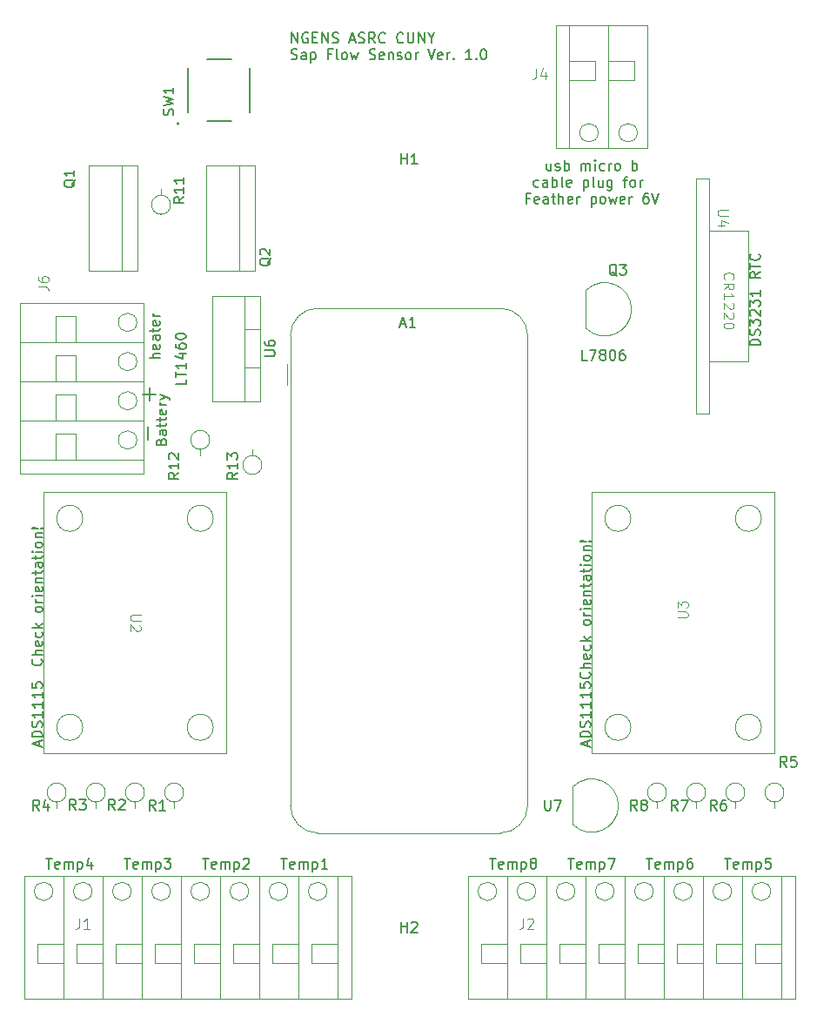
<source format=gbr>
%TF.GenerationSoftware,KiCad,Pcbnew,7.0.5*%
%TF.CreationDate,2023-06-12T13:55:42-04:00*%
%TF.ProjectId,Untitled,556e7469-746c-4656-942e-6b696361645f,rev?*%
%TF.SameCoordinates,Original*%
%TF.FileFunction,Legend,Top*%
%TF.FilePolarity,Positive*%
%FSLAX46Y46*%
G04 Gerber Fmt 4.6, Leading zero omitted, Abs format (unit mm)*
G04 Created by KiCad (PCBNEW 7.0.5) date 2023-06-12 13:55:42*
%MOMM*%
%LPD*%
G01*
G04 APERTURE LIST*
%ADD10C,0.150000*%
%ADD11C,0.100000*%
%ADD12C,0.152400*%
%ADD13C,0.120000*%
%ADD14C,0.200000*%
%ADD15C,0.127000*%
G04 APERTURE END LIST*
D10*
X62992000Y-85725000D02*
X61722000Y-85725000D01*
X62230000Y-90170000D02*
X62230000Y-88900000D01*
X62357000Y-85090000D02*
X62357000Y-86360000D01*
X59920476Y-130849819D02*
X60491904Y-130849819D01*
X60206190Y-131849819D02*
X60206190Y-130849819D01*
X61206190Y-131802200D02*
X61110952Y-131849819D01*
X61110952Y-131849819D02*
X60920476Y-131849819D01*
X60920476Y-131849819D02*
X60825238Y-131802200D01*
X60825238Y-131802200D02*
X60777619Y-131706961D01*
X60777619Y-131706961D02*
X60777619Y-131326009D01*
X60777619Y-131326009D02*
X60825238Y-131230771D01*
X60825238Y-131230771D02*
X60920476Y-131183152D01*
X60920476Y-131183152D02*
X61110952Y-131183152D01*
X61110952Y-131183152D02*
X61206190Y-131230771D01*
X61206190Y-131230771D02*
X61253809Y-131326009D01*
X61253809Y-131326009D02*
X61253809Y-131421247D01*
X61253809Y-131421247D02*
X60777619Y-131516485D01*
X61682381Y-131849819D02*
X61682381Y-131183152D01*
X61682381Y-131278390D02*
X61730000Y-131230771D01*
X61730000Y-131230771D02*
X61825238Y-131183152D01*
X61825238Y-131183152D02*
X61968095Y-131183152D01*
X61968095Y-131183152D02*
X62063333Y-131230771D01*
X62063333Y-131230771D02*
X62110952Y-131326009D01*
X62110952Y-131326009D02*
X62110952Y-131849819D01*
X62110952Y-131326009D02*
X62158571Y-131230771D01*
X62158571Y-131230771D02*
X62253809Y-131183152D01*
X62253809Y-131183152D02*
X62396666Y-131183152D01*
X62396666Y-131183152D02*
X62491905Y-131230771D01*
X62491905Y-131230771D02*
X62539524Y-131326009D01*
X62539524Y-131326009D02*
X62539524Y-131849819D01*
X63015714Y-131183152D02*
X63015714Y-132183152D01*
X63015714Y-131230771D02*
X63110952Y-131183152D01*
X63110952Y-131183152D02*
X63301428Y-131183152D01*
X63301428Y-131183152D02*
X63396666Y-131230771D01*
X63396666Y-131230771D02*
X63444285Y-131278390D01*
X63444285Y-131278390D02*
X63491904Y-131373628D01*
X63491904Y-131373628D02*
X63491904Y-131659342D01*
X63491904Y-131659342D02*
X63444285Y-131754580D01*
X63444285Y-131754580D02*
X63396666Y-131802200D01*
X63396666Y-131802200D02*
X63301428Y-131849819D01*
X63301428Y-131849819D02*
X63110952Y-131849819D01*
X63110952Y-131849819D02*
X63015714Y-131802200D01*
X63825238Y-130849819D02*
X64444285Y-130849819D01*
X64444285Y-130849819D02*
X64110952Y-131230771D01*
X64110952Y-131230771D02*
X64253809Y-131230771D01*
X64253809Y-131230771D02*
X64349047Y-131278390D01*
X64349047Y-131278390D02*
X64396666Y-131326009D01*
X64396666Y-131326009D02*
X64444285Y-131421247D01*
X64444285Y-131421247D02*
X64444285Y-131659342D01*
X64444285Y-131659342D02*
X64396666Y-131754580D01*
X64396666Y-131754580D02*
X64349047Y-131802200D01*
X64349047Y-131802200D02*
X64253809Y-131849819D01*
X64253809Y-131849819D02*
X63968095Y-131849819D01*
X63968095Y-131849819D02*
X63872857Y-131802200D01*
X63872857Y-131802200D02*
X63825238Y-131754580D01*
X52300476Y-130849819D02*
X52871904Y-130849819D01*
X52586190Y-131849819D02*
X52586190Y-130849819D01*
X53586190Y-131802200D02*
X53490952Y-131849819D01*
X53490952Y-131849819D02*
X53300476Y-131849819D01*
X53300476Y-131849819D02*
X53205238Y-131802200D01*
X53205238Y-131802200D02*
X53157619Y-131706961D01*
X53157619Y-131706961D02*
X53157619Y-131326009D01*
X53157619Y-131326009D02*
X53205238Y-131230771D01*
X53205238Y-131230771D02*
X53300476Y-131183152D01*
X53300476Y-131183152D02*
X53490952Y-131183152D01*
X53490952Y-131183152D02*
X53586190Y-131230771D01*
X53586190Y-131230771D02*
X53633809Y-131326009D01*
X53633809Y-131326009D02*
X53633809Y-131421247D01*
X53633809Y-131421247D02*
X53157619Y-131516485D01*
X54062381Y-131849819D02*
X54062381Y-131183152D01*
X54062381Y-131278390D02*
X54110000Y-131230771D01*
X54110000Y-131230771D02*
X54205238Y-131183152D01*
X54205238Y-131183152D02*
X54348095Y-131183152D01*
X54348095Y-131183152D02*
X54443333Y-131230771D01*
X54443333Y-131230771D02*
X54490952Y-131326009D01*
X54490952Y-131326009D02*
X54490952Y-131849819D01*
X54490952Y-131326009D02*
X54538571Y-131230771D01*
X54538571Y-131230771D02*
X54633809Y-131183152D01*
X54633809Y-131183152D02*
X54776666Y-131183152D01*
X54776666Y-131183152D02*
X54871905Y-131230771D01*
X54871905Y-131230771D02*
X54919524Y-131326009D01*
X54919524Y-131326009D02*
X54919524Y-131849819D01*
X55395714Y-131183152D02*
X55395714Y-132183152D01*
X55395714Y-131230771D02*
X55490952Y-131183152D01*
X55490952Y-131183152D02*
X55681428Y-131183152D01*
X55681428Y-131183152D02*
X55776666Y-131230771D01*
X55776666Y-131230771D02*
X55824285Y-131278390D01*
X55824285Y-131278390D02*
X55871904Y-131373628D01*
X55871904Y-131373628D02*
X55871904Y-131659342D01*
X55871904Y-131659342D02*
X55824285Y-131754580D01*
X55824285Y-131754580D02*
X55776666Y-131802200D01*
X55776666Y-131802200D02*
X55681428Y-131849819D01*
X55681428Y-131849819D02*
X55490952Y-131849819D01*
X55490952Y-131849819D02*
X55395714Y-131802200D01*
X56729047Y-131183152D02*
X56729047Y-131849819D01*
X56490952Y-130802200D02*
X56252857Y-131516485D01*
X56252857Y-131516485D02*
X56871904Y-131516485D01*
X63508009Y-90336429D02*
X63555628Y-90193572D01*
X63555628Y-90193572D02*
X63603247Y-90145953D01*
X63603247Y-90145953D02*
X63698485Y-90098334D01*
X63698485Y-90098334D02*
X63841342Y-90098334D01*
X63841342Y-90098334D02*
X63936580Y-90145953D01*
X63936580Y-90145953D02*
X63984200Y-90193572D01*
X63984200Y-90193572D02*
X64031819Y-90288810D01*
X64031819Y-90288810D02*
X64031819Y-90669762D01*
X64031819Y-90669762D02*
X63031819Y-90669762D01*
X63031819Y-90669762D02*
X63031819Y-90336429D01*
X63031819Y-90336429D02*
X63079438Y-90241191D01*
X63079438Y-90241191D02*
X63127057Y-90193572D01*
X63127057Y-90193572D02*
X63222295Y-90145953D01*
X63222295Y-90145953D02*
X63317533Y-90145953D01*
X63317533Y-90145953D02*
X63412771Y-90193572D01*
X63412771Y-90193572D02*
X63460390Y-90241191D01*
X63460390Y-90241191D02*
X63508009Y-90336429D01*
X63508009Y-90336429D02*
X63508009Y-90669762D01*
X64031819Y-89241191D02*
X63508009Y-89241191D01*
X63508009Y-89241191D02*
X63412771Y-89288810D01*
X63412771Y-89288810D02*
X63365152Y-89384048D01*
X63365152Y-89384048D02*
X63365152Y-89574524D01*
X63365152Y-89574524D02*
X63412771Y-89669762D01*
X63984200Y-89241191D02*
X64031819Y-89336429D01*
X64031819Y-89336429D02*
X64031819Y-89574524D01*
X64031819Y-89574524D02*
X63984200Y-89669762D01*
X63984200Y-89669762D02*
X63888961Y-89717381D01*
X63888961Y-89717381D02*
X63793723Y-89717381D01*
X63793723Y-89717381D02*
X63698485Y-89669762D01*
X63698485Y-89669762D02*
X63650866Y-89574524D01*
X63650866Y-89574524D02*
X63650866Y-89336429D01*
X63650866Y-89336429D02*
X63603247Y-89241191D01*
X63365152Y-88907857D02*
X63365152Y-88526905D01*
X63031819Y-88765000D02*
X63888961Y-88765000D01*
X63888961Y-88765000D02*
X63984200Y-88717381D01*
X63984200Y-88717381D02*
X64031819Y-88622143D01*
X64031819Y-88622143D02*
X64031819Y-88526905D01*
X63365152Y-88336428D02*
X63365152Y-87955476D01*
X63031819Y-88193571D02*
X63888961Y-88193571D01*
X63888961Y-88193571D02*
X63984200Y-88145952D01*
X63984200Y-88145952D02*
X64031819Y-88050714D01*
X64031819Y-88050714D02*
X64031819Y-87955476D01*
X63984200Y-87241190D02*
X64031819Y-87336428D01*
X64031819Y-87336428D02*
X64031819Y-87526904D01*
X64031819Y-87526904D02*
X63984200Y-87622142D01*
X63984200Y-87622142D02*
X63888961Y-87669761D01*
X63888961Y-87669761D02*
X63508009Y-87669761D01*
X63508009Y-87669761D02*
X63412771Y-87622142D01*
X63412771Y-87622142D02*
X63365152Y-87526904D01*
X63365152Y-87526904D02*
X63365152Y-87336428D01*
X63365152Y-87336428D02*
X63412771Y-87241190D01*
X63412771Y-87241190D02*
X63508009Y-87193571D01*
X63508009Y-87193571D02*
X63603247Y-87193571D01*
X63603247Y-87193571D02*
X63698485Y-87669761D01*
X64031819Y-86764999D02*
X63365152Y-86764999D01*
X63555628Y-86764999D02*
X63460390Y-86717380D01*
X63460390Y-86717380D02*
X63412771Y-86669761D01*
X63412771Y-86669761D02*
X63365152Y-86574523D01*
X63365152Y-86574523D02*
X63365152Y-86479285D01*
X63365152Y-86241189D02*
X64031819Y-86003094D01*
X63365152Y-85764999D02*
X64031819Y-86003094D01*
X64031819Y-86003094D02*
X64269914Y-86098332D01*
X64269914Y-86098332D02*
X64317533Y-86145951D01*
X64317533Y-86145951D02*
X64365152Y-86241189D01*
X103100476Y-130849819D02*
X103671904Y-130849819D01*
X103386190Y-131849819D02*
X103386190Y-130849819D01*
X104386190Y-131802200D02*
X104290952Y-131849819D01*
X104290952Y-131849819D02*
X104100476Y-131849819D01*
X104100476Y-131849819D02*
X104005238Y-131802200D01*
X104005238Y-131802200D02*
X103957619Y-131706961D01*
X103957619Y-131706961D02*
X103957619Y-131326009D01*
X103957619Y-131326009D02*
X104005238Y-131230771D01*
X104005238Y-131230771D02*
X104100476Y-131183152D01*
X104100476Y-131183152D02*
X104290952Y-131183152D01*
X104290952Y-131183152D02*
X104386190Y-131230771D01*
X104386190Y-131230771D02*
X104433809Y-131326009D01*
X104433809Y-131326009D02*
X104433809Y-131421247D01*
X104433809Y-131421247D02*
X103957619Y-131516485D01*
X104862381Y-131849819D02*
X104862381Y-131183152D01*
X104862381Y-131278390D02*
X104910000Y-131230771D01*
X104910000Y-131230771D02*
X105005238Y-131183152D01*
X105005238Y-131183152D02*
X105148095Y-131183152D01*
X105148095Y-131183152D02*
X105243333Y-131230771D01*
X105243333Y-131230771D02*
X105290952Y-131326009D01*
X105290952Y-131326009D02*
X105290952Y-131849819D01*
X105290952Y-131326009D02*
X105338571Y-131230771D01*
X105338571Y-131230771D02*
X105433809Y-131183152D01*
X105433809Y-131183152D02*
X105576666Y-131183152D01*
X105576666Y-131183152D02*
X105671905Y-131230771D01*
X105671905Y-131230771D02*
X105719524Y-131326009D01*
X105719524Y-131326009D02*
X105719524Y-131849819D01*
X106195714Y-131183152D02*
X106195714Y-132183152D01*
X106195714Y-131230771D02*
X106290952Y-131183152D01*
X106290952Y-131183152D02*
X106481428Y-131183152D01*
X106481428Y-131183152D02*
X106576666Y-131230771D01*
X106576666Y-131230771D02*
X106624285Y-131278390D01*
X106624285Y-131278390D02*
X106671904Y-131373628D01*
X106671904Y-131373628D02*
X106671904Y-131659342D01*
X106671904Y-131659342D02*
X106624285Y-131754580D01*
X106624285Y-131754580D02*
X106576666Y-131802200D01*
X106576666Y-131802200D02*
X106481428Y-131849819D01*
X106481428Y-131849819D02*
X106290952Y-131849819D01*
X106290952Y-131849819D02*
X106195714Y-131802200D01*
X107005238Y-130849819D02*
X107671904Y-130849819D01*
X107671904Y-130849819D02*
X107243333Y-131849819D01*
X95480476Y-130849819D02*
X96051904Y-130849819D01*
X95766190Y-131849819D02*
X95766190Y-130849819D01*
X96766190Y-131802200D02*
X96670952Y-131849819D01*
X96670952Y-131849819D02*
X96480476Y-131849819D01*
X96480476Y-131849819D02*
X96385238Y-131802200D01*
X96385238Y-131802200D02*
X96337619Y-131706961D01*
X96337619Y-131706961D02*
X96337619Y-131326009D01*
X96337619Y-131326009D02*
X96385238Y-131230771D01*
X96385238Y-131230771D02*
X96480476Y-131183152D01*
X96480476Y-131183152D02*
X96670952Y-131183152D01*
X96670952Y-131183152D02*
X96766190Y-131230771D01*
X96766190Y-131230771D02*
X96813809Y-131326009D01*
X96813809Y-131326009D02*
X96813809Y-131421247D01*
X96813809Y-131421247D02*
X96337619Y-131516485D01*
X97242381Y-131849819D02*
X97242381Y-131183152D01*
X97242381Y-131278390D02*
X97290000Y-131230771D01*
X97290000Y-131230771D02*
X97385238Y-131183152D01*
X97385238Y-131183152D02*
X97528095Y-131183152D01*
X97528095Y-131183152D02*
X97623333Y-131230771D01*
X97623333Y-131230771D02*
X97670952Y-131326009D01*
X97670952Y-131326009D02*
X97670952Y-131849819D01*
X97670952Y-131326009D02*
X97718571Y-131230771D01*
X97718571Y-131230771D02*
X97813809Y-131183152D01*
X97813809Y-131183152D02*
X97956666Y-131183152D01*
X97956666Y-131183152D02*
X98051905Y-131230771D01*
X98051905Y-131230771D02*
X98099524Y-131326009D01*
X98099524Y-131326009D02*
X98099524Y-131849819D01*
X98575714Y-131183152D02*
X98575714Y-132183152D01*
X98575714Y-131230771D02*
X98670952Y-131183152D01*
X98670952Y-131183152D02*
X98861428Y-131183152D01*
X98861428Y-131183152D02*
X98956666Y-131230771D01*
X98956666Y-131230771D02*
X99004285Y-131278390D01*
X99004285Y-131278390D02*
X99051904Y-131373628D01*
X99051904Y-131373628D02*
X99051904Y-131659342D01*
X99051904Y-131659342D02*
X99004285Y-131754580D01*
X99004285Y-131754580D02*
X98956666Y-131802200D01*
X98956666Y-131802200D02*
X98861428Y-131849819D01*
X98861428Y-131849819D02*
X98670952Y-131849819D01*
X98670952Y-131849819D02*
X98575714Y-131802200D01*
X99623333Y-131278390D02*
X99528095Y-131230771D01*
X99528095Y-131230771D02*
X99480476Y-131183152D01*
X99480476Y-131183152D02*
X99432857Y-131087914D01*
X99432857Y-131087914D02*
X99432857Y-131040295D01*
X99432857Y-131040295D02*
X99480476Y-130945057D01*
X99480476Y-130945057D02*
X99528095Y-130897438D01*
X99528095Y-130897438D02*
X99623333Y-130849819D01*
X99623333Y-130849819D02*
X99813809Y-130849819D01*
X99813809Y-130849819D02*
X99909047Y-130897438D01*
X99909047Y-130897438D02*
X99956666Y-130945057D01*
X99956666Y-130945057D02*
X100004285Y-131040295D01*
X100004285Y-131040295D02*
X100004285Y-131087914D01*
X100004285Y-131087914D02*
X99956666Y-131183152D01*
X99956666Y-131183152D02*
X99909047Y-131230771D01*
X99909047Y-131230771D02*
X99813809Y-131278390D01*
X99813809Y-131278390D02*
X99623333Y-131278390D01*
X99623333Y-131278390D02*
X99528095Y-131326009D01*
X99528095Y-131326009D02*
X99480476Y-131373628D01*
X99480476Y-131373628D02*
X99432857Y-131468866D01*
X99432857Y-131468866D02*
X99432857Y-131659342D01*
X99432857Y-131659342D02*
X99480476Y-131754580D01*
X99480476Y-131754580D02*
X99528095Y-131802200D01*
X99528095Y-131802200D02*
X99623333Y-131849819D01*
X99623333Y-131849819D02*
X99813809Y-131849819D01*
X99813809Y-131849819D02*
X99909047Y-131802200D01*
X99909047Y-131802200D02*
X99956666Y-131754580D01*
X99956666Y-131754580D02*
X100004285Y-131659342D01*
X100004285Y-131659342D02*
X100004285Y-131468866D01*
X100004285Y-131468866D02*
X99956666Y-131373628D01*
X99956666Y-131373628D02*
X99909047Y-131326009D01*
X99909047Y-131326009D02*
X99813809Y-131278390D01*
X75160476Y-130849819D02*
X75731904Y-130849819D01*
X75446190Y-131849819D02*
X75446190Y-130849819D01*
X76446190Y-131802200D02*
X76350952Y-131849819D01*
X76350952Y-131849819D02*
X76160476Y-131849819D01*
X76160476Y-131849819D02*
X76065238Y-131802200D01*
X76065238Y-131802200D02*
X76017619Y-131706961D01*
X76017619Y-131706961D02*
X76017619Y-131326009D01*
X76017619Y-131326009D02*
X76065238Y-131230771D01*
X76065238Y-131230771D02*
X76160476Y-131183152D01*
X76160476Y-131183152D02*
X76350952Y-131183152D01*
X76350952Y-131183152D02*
X76446190Y-131230771D01*
X76446190Y-131230771D02*
X76493809Y-131326009D01*
X76493809Y-131326009D02*
X76493809Y-131421247D01*
X76493809Y-131421247D02*
X76017619Y-131516485D01*
X76922381Y-131849819D02*
X76922381Y-131183152D01*
X76922381Y-131278390D02*
X76970000Y-131230771D01*
X76970000Y-131230771D02*
X77065238Y-131183152D01*
X77065238Y-131183152D02*
X77208095Y-131183152D01*
X77208095Y-131183152D02*
X77303333Y-131230771D01*
X77303333Y-131230771D02*
X77350952Y-131326009D01*
X77350952Y-131326009D02*
X77350952Y-131849819D01*
X77350952Y-131326009D02*
X77398571Y-131230771D01*
X77398571Y-131230771D02*
X77493809Y-131183152D01*
X77493809Y-131183152D02*
X77636666Y-131183152D01*
X77636666Y-131183152D02*
X77731905Y-131230771D01*
X77731905Y-131230771D02*
X77779524Y-131326009D01*
X77779524Y-131326009D02*
X77779524Y-131849819D01*
X78255714Y-131183152D02*
X78255714Y-132183152D01*
X78255714Y-131230771D02*
X78350952Y-131183152D01*
X78350952Y-131183152D02*
X78541428Y-131183152D01*
X78541428Y-131183152D02*
X78636666Y-131230771D01*
X78636666Y-131230771D02*
X78684285Y-131278390D01*
X78684285Y-131278390D02*
X78731904Y-131373628D01*
X78731904Y-131373628D02*
X78731904Y-131659342D01*
X78731904Y-131659342D02*
X78684285Y-131754580D01*
X78684285Y-131754580D02*
X78636666Y-131802200D01*
X78636666Y-131802200D02*
X78541428Y-131849819D01*
X78541428Y-131849819D02*
X78350952Y-131849819D01*
X78350952Y-131849819D02*
X78255714Y-131802200D01*
X79684285Y-131849819D02*
X79112857Y-131849819D01*
X79398571Y-131849819D02*
X79398571Y-130849819D01*
X79398571Y-130849819D02*
X79303333Y-130992676D01*
X79303333Y-130992676D02*
X79208095Y-131087914D01*
X79208095Y-131087914D02*
X79112857Y-131135533D01*
X105184580Y-112751429D02*
X105232200Y-112799048D01*
X105232200Y-112799048D02*
X105279819Y-112941905D01*
X105279819Y-112941905D02*
X105279819Y-113037143D01*
X105279819Y-113037143D02*
X105232200Y-113180000D01*
X105232200Y-113180000D02*
X105136961Y-113275238D01*
X105136961Y-113275238D02*
X105041723Y-113322857D01*
X105041723Y-113322857D02*
X104851247Y-113370476D01*
X104851247Y-113370476D02*
X104708390Y-113370476D01*
X104708390Y-113370476D02*
X104517914Y-113322857D01*
X104517914Y-113322857D02*
X104422676Y-113275238D01*
X104422676Y-113275238D02*
X104327438Y-113180000D01*
X104327438Y-113180000D02*
X104279819Y-113037143D01*
X104279819Y-113037143D02*
X104279819Y-112941905D01*
X104279819Y-112941905D02*
X104327438Y-112799048D01*
X104327438Y-112799048D02*
X104375057Y-112751429D01*
X105279819Y-112322857D02*
X104279819Y-112322857D01*
X105279819Y-111894286D02*
X104756009Y-111894286D01*
X104756009Y-111894286D02*
X104660771Y-111941905D01*
X104660771Y-111941905D02*
X104613152Y-112037143D01*
X104613152Y-112037143D02*
X104613152Y-112180000D01*
X104613152Y-112180000D02*
X104660771Y-112275238D01*
X104660771Y-112275238D02*
X104708390Y-112322857D01*
X105232200Y-111037143D02*
X105279819Y-111132381D01*
X105279819Y-111132381D02*
X105279819Y-111322857D01*
X105279819Y-111322857D02*
X105232200Y-111418095D01*
X105232200Y-111418095D02*
X105136961Y-111465714D01*
X105136961Y-111465714D02*
X104756009Y-111465714D01*
X104756009Y-111465714D02*
X104660771Y-111418095D01*
X104660771Y-111418095D02*
X104613152Y-111322857D01*
X104613152Y-111322857D02*
X104613152Y-111132381D01*
X104613152Y-111132381D02*
X104660771Y-111037143D01*
X104660771Y-111037143D02*
X104756009Y-110989524D01*
X104756009Y-110989524D02*
X104851247Y-110989524D01*
X104851247Y-110989524D02*
X104946485Y-111465714D01*
X105232200Y-110132381D02*
X105279819Y-110227619D01*
X105279819Y-110227619D02*
X105279819Y-110418095D01*
X105279819Y-110418095D02*
X105232200Y-110513333D01*
X105232200Y-110513333D02*
X105184580Y-110560952D01*
X105184580Y-110560952D02*
X105089342Y-110608571D01*
X105089342Y-110608571D02*
X104803628Y-110608571D01*
X104803628Y-110608571D02*
X104708390Y-110560952D01*
X104708390Y-110560952D02*
X104660771Y-110513333D01*
X104660771Y-110513333D02*
X104613152Y-110418095D01*
X104613152Y-110418095D02*
X104613152Y-110227619D01*
X104613152Y-110227619D02*
X104660771Y-110132381D01*
X105279819Y-109703809D02*
X104279819Y-109703809D01*
X104898866Y-109608571D02*
X105279819Y-109322857D01*
X104613152Y-109322857D02*
X104994104Y-109703809D01*
X105279819Y-107989523D02*
X105232200Y-108084761D01*
X105232200Y-108084761D02*
X105184580Y-108132380D01*
X105184580Y-108132380D02*
X105089342Y-108179999D01*
X105089342Y-108179999D02*
X104803628Y-108179999D01*
X104803628Y-108179999D02*
X104708390Y-108132380D01*
X104708390Y-108132380D02*
X104660771Y-108084761D01*
X104660771Y-108084761D02*
X104613152Y-107989523D01*
X104613152Y-107989523D02*
X104613152Y-107846666D01*
X104613152Y-107846666D02*
X104660771Y-107751428D01*
X104660771Y-107751428D02*
X104708390Y-107703809D01*
X104708390Y-107703809D02*
X104803628Y-107656190D01*
X104803628Y-107656190D02*
X105089342Y-107656190D01*
X105089342Y-107656190D02*
X105184580Y-107703809D01*
X105184580Y-107703809D02*
X105232200Y-107751428D01*
X105232200Y-107751428D02*
X105279819Y-107846666D01*
X105279819Y-107846666D02*
X105279819Y-107989523D01*
X105279819Y-107227618D02*
X104613152Y-107227618D01*
X104803628Y-107227618D02*
X104708390Y-107179999D01*
X104708390Y-107179999D02*
X104660771Y-107132380D01*
X104660771Y-107132380D02*
X104613152Y-107037142D01*
X104613152Y-107037142D02*
X104613152Y-106941904D01*
X105279819Y-106608570D02*
X104613152Y-106608570D01*
X104279819Y-106608570D02*
X104327438Y-106656189D01*
X104327438Y-106656189D02*
X104375057Y-106608570D01*
X104375057Y-106608570D02*
X104327438Y-106560951D01*
X104327438Y-106560951D02*
X104279819Y-106608570D01*
X104279819Y-106608570D02*
X104375057Y-106608570D01*
X105232200Y-105751428D02*
X105279819Y-105846666D01*
X105279819Y-105846666D02*
X105279819Y-106037142D01*
X105279819Y-106037142D02*
X105232200Y-106132380D01*
X105232200Y-106132380D02*
X105136961Y-106179999D01*
X105136961Y-106179999D02*
X104756009Y-106179999D01*
X104756009Y-106179999D02*
X104660771Y-106132380D01*
X104660771Y-106132380D02*
X104613152Y-106037142D01*
X104613152Y-106037142D02*
X104613152Y-105846666D01*
X104613152Y-105846666D02*
X104660771Y-105751428D01*
X104660771Y-105751428D02*
X104756009Y-105703809D01*
X104756009Y-105703809D02*
X104851247Y-105703809D01*
X104851247Y-105703809D02*
X104946485Y-106179999D01*
X104613152Y-105275237D02*
X105279819Y-105275237D01*
X104708390Y-105275237D02*
X104660771Y-105227618D01*
X104660771Y-105227618D02*
X104613152Y-105132380D01*
X104613152Y-105132380D02*
X104613152Y-104989523D01*
X104613152Y-104989523D02*
X104660771Y-104894285D01*
X104660771Y-104894285D02*
X104756009Y-104846666D01*
X104756009Y-104846666D02*
X105279819Y-104846666D01*
X104613152Y-104513332D02*
X104613152Y-104132380D01*
X104279819Y-104370475D02*
X105136961Y-104370475D01*
X105136961Y-104370475D02*
X105232200Y-104322856D01*
X105232200Y-104322856D02*
X105279819Y-104227618D01*
X105279819Y-104227618D02*
X105279819Y-104132380D01*
X105279819Y-103370475D02*
X104756009Y-103370475D01*
X104756009Y-103370475D02*
X104660771Y-103418094D01*
X104660771Y-103418094D02*
X104613152Y-103513332D01*
X104613152Y-103513332D02*
X104613152Y-103703808D01*
X104613152Y-103703808D02*
X104660771Y-103799046D01*
X105232200Y-103370475D02*
X105279819Y-103465713D01*
X105279819Y-103465713D02*
X105279819Y-103703808D01*
X105279819Y-103703808D02*
X105232200Y-103799046D01*
X105232200Y-103799046D02*
X105136961Y-103846665D01*
X105136961Y-103846665D02*
X105041723Y-103846665D01*
X105041723Y-103846665D02*
X104946485Y-103799046D01*
X104946485Y-103799046D02*
X104898866Y-103703808D01*
X104898866Y-103703808D02*
X104898866Y-103465713D01*
X104898866Y-103465713D02*
X104851247Y-103370475D01*
X104613152Y-103037141D02*
X104613152Y-102656189D01*
X104279819Y-102894284D02*
X105136961Y-102894284D01*
X105136961Y-102894284D02*
X105232200Y-102846665D01*
X105232200Y-102846665D02*
X105279819Y-102751427D01*
X105279819Y-102751427D02*
X105279819Y-102656189D01*
X105279819Y-102322855D02*
X104613152Y-102322855D01*
X104279819Y-102322855D02*
X104327438Y-102370474D01*
X104327438Y-102370474D02*
X104375057Y-102322855D01*
X104375057Y-102322855D02*
X104327438Y-102275236D01*
X104327438Y-102275236D02*
X104279819Y-102322855D01*
X104279819Y-102322855D02*
X104375057Y-102322855D01*
X105279819Y-101703808D02*
X105232200Y-101799046D01*
X105232200Y-101799046D02*
X105184580Y-101846665D01*
X105184580Y-101846665D02*
X105089342Y-101894284D01*
X105089342Y-101894284D02*
X104803628Y-101894284D01*
X104803628Y-101894284D02*
X104708390Y-101846665D01*
X104708390Y-101846665D02*
X104660771Y-101799046D01*
X104660771Y-101799046D02*
X104613152Y-101703808D01*
X104613152Y-101703808D02*
X104613152Y-101560951D01*
X104613152Y-101560951D02*
X104660771Y-101465713D01*
X104660771Y-101465713D02*
X104708390Y-101418094D01*
X104708390Y-101418094D02*
X104803628Y-101370475D01*
X104803628Y-101370475D02*
X105089342Y-101370475D01*
X105089342Y-101370475D02*
X105184580Y-101418094D01*
X105184580Y-101418094D02*
X105232200Y-101465713D01*
X105232200Y-101465713D02*
X105279819Y-101560951D01*
X105279819Y-101560951D02*
X105279819Y-101703808D01*
X104613152Y-100941903D02*
X105279819Y-100941903D01*
X104708390Y-100941903D02*
X104660771Y-100894284D01*
X104660771Y-100894284D02*
X104613152Y-100799046D01*
X104613152Y-100799046D02*
X104613152Y-100656189D01*
X104613152Y-100656189D02*
X104660771Y-100560951D01*
X104660771Y-100560951D02*
X104756009Y-100513332D01*
X104756009Y-100513332D02*
X105279819Y-100513332D01*
X105184580Y-100037141D02*
X105232200Y-99989522D01*
X105232200Y-99989522D02*
X105279819Y-100037141D01*
X105279819Y-100037141D02*
X105232200Y-100084760D01*
X105232200Y-100084760D02*
X105184580Y-100037141D01*
X105184580Y-100037141D02*
X105279819Y-100037141D01*
X104898866Y-100037141D02*
X104327438Y-100084760D01*
X104327438Y-100084760D02*
X104279819Y-100037141D01*
X104279819Y-100037141D02*
X104327438Y-99989522D01*
X104327438Y-99989522D02*
X104898866Y-100037141D01*
X104898866Y-100037141D02*
X104279819Y-100037141D01*
X110720476Y-130849819D02*
X111291904Y-130849819D01*
X111006190Y-131849819D02*
X111006190Y-130849819D01*
X112006190Y-131802200D02*
X111910952Y-131849819D01*
X111910952Y-131849819D02*
X111720476Y-131849819D01*
X111720476Y-131849819D02*
X111625238Y-131802200D01*
X111625238Y-131802200D02*
X111577619Y-131706961D01*
X111577619Y-131706961D02*
X111577619Y-131326009D01*
X111577619Y-131326009D02*
X111625238Y-131230771D01*
X111625238Y-131230771D02*
X111720476Y-131183152D01*
X111720476Y-131183152D02*
X111910952Y-131183152D01*
X111910952Y-131183152D02*
X112006190Y-131230771D01*
X112006190Y-131230771D02*
X112053809Y-131326009D01*
X112053809Y-131326009D02*
X112053809Y-131421247D01*
X112053809Y-131421247D02*
X111577619Y-131516485D01*
X112482381Y-131849819D02*
X112482381Y-131183152D01*
X112482381Y-131278390D02*
X112530000Y-131230771D01*
X112530000Y-131230771D02*
X112625238Y-131183152D01*
X112625238Y-131183152D02*
X112768095Y-131183152D01*
X112768095Y-131183152D02*
X112863333Y-131230771D01*
X112863333Y-131230771D02*
X112910952Y-131326009D01*
X112910952Y-131326009D02*
X112910952Y-131849819D01*
X112910952Y-131326009D02*
X112958571Y-131230771D01*
X112958571Y-131230771D02*
X113053809Y-131183152D01*
X113053809Y-131183152D02*
X113196666Y-131183152D01*
X113196666Y-131183152D02*
X113291905Y-131230771D01*
X113291905Y-131230771D02*
X113339524Y-131326009D01*
X113339524Y-131326009D02*
X113339524Y-131849819D01*
X113815714Y-131183152D02*
X113815714Y-132183152D01*
X113815714Y-131230771D02*
X113910952Y-131183152D01*
X113910952Y-131183152D02*
X114101428Y-131183152D01*
X114101428Y-131183152D02*
X114196666Y-131230771D01*
X114196666Y-131230771D02*
X114244285Y-131278390D01*
X114244285Y-131278390D02*
X114291904Y-131373628D01*
X114291904Y-131373628D02*
X114291904Y-131659342D01*
X114291904Y-131659342D02*
X114244285Y-131754580D01*
X114244285Y-131754580D02*
X114196666Y-131802200D01*
X114196666Y-131802200D02*
X114101428Y-131849819D01*
X114101428Y-131849819D02*
X113910952Y-131849819D01*
X113910952Y-131849819D02*
X113815714Y-131802200D01*
X115149047Y-130849819D02*
X114958571Y-130849819D01*
X114958571Y-130849819D02*
X114863333Y-130897438D01*
X114863333Y-130897438D02*
X114815714Y-130945057D01*
X114815714Y-130945057D02*
X114720476Y-131087914D01*
X114720476Y-131087914D02*
X114672857Y-131278390D01*
X114672857Y-131278390D02*
X114672857Y-131659342D01*
X114672857Y-131659342D02*
X114720476Y-131754580D01*
X114720476Y-131754580D02*
X114768095Y-131802200D01*
X114768095Y-131802200D02*
X114863333Y-131849819D01*
X114863333Y-131849819D02*
X115053809Y-131849819D01*
X115053809Y-131849819D02*
X115149047Y-131802200D01*
X115149047Y-131802200D02*
X115196666Y-131754580D01*
X115196666Y-131754580D02*
X115244285Y-131659342D01*
X115244285Y-131659342D02*
X115244285Y-131421247D01*
X115244285Y-131421247D02*
X115196666Y-131326009D01*
X115196666Y-131326009D02*
X115149047Y-131278390D01*
X115149047Y-131278390D02*
X115053809Y-131230771D01*
X115053809Y-131230771D02*
X114863333Y-131230771D01*
X114863333Y-131230771D02*
X114768095Y-131278390D01*
X114768095Y-131278390D02*
X114720476Y-131326009D01*
X114720476Y-131326009D02*
X114672857Y-131421247D01*
X63369819Y-82213220D02*
X62369819Y-82213220D01*
X63369819Y-81784649D02*
X62846009Y-81784649D01*
X62846009Y-81784649D02*
X62750771Y-81832268D01*
X62750771Y-81832268D02*
X62703152Y-81927506D01*
X62703152Y-81927506D02*
X62703152Y-82070363D01*
X62703152Y-82070363D02*
X62750771Y-82165601D01*
X62750771Y-82165601D02*
X62798390Y-82213220D01*
X63322200Y-80927506D02*
X63369819Y-81022744D01*
X63369819Y-81022744D02*
X63369819Y-81213220D01*
X63369819Y-81213220D02*
X63322200Y-81308458D01*
X63322200Y-81308458D02*
X63226961Y-81356077D01*
X63226961Y-81356077D02*
X62846009Y-81356077D01*
X62846009Y-81356077D02*
X62750771Y-81308458D01*
X62750771Y-81308458D02*
X62703152Y-81213220D01*
X62703152Y-81213220D02*
X62703152Y-81022744D01*
X62703152Y-81022744D02*
X62750771Y-80927506D01*
X62750771Y-80927506D02*
X62846009Y-80879887D01*
X62846009Y-80879887D02*
X62941247Y-80879887D01*
X62941247Y-80879887D02*
X63036485Y-81356077D01*
X63369819Y-80022744D02*
X62846009Y-80022744D01*
X62846009Y-80022744D02*
X62750771Y-80070363D01*
X62750771Y-80070363D02*
X62703152Y-80165601D01*
X62703152Y-80165601D02*
X62703152Y-80356077D01*
X62703152Y-80356077D02*
X62750771Y-80451315D01*
X63322200Y-80022744D02*
X63369819Y-80117982D01*
X63369819Y-80117982D02*
X63369819Y-80356077D01*
X63369819Y-80356077D02*
X63322200Y-80451315D01*
X63322200Y-80451315D02*
X63226961Y-80498934D01*
X63226961Y-80498934D02*
X63131723Y-80498934D01*
X63131723Y-80498934D02*
X63036485Y-80451315D01*
X63036485Y-80451315D02*
X62988866Y-80356077D01*
X62988866Y-80356077D02*
X62988866Y-80117982D01*
X62988866Y-80117982D02*
X62941247Y-80022744D01*
X62703152Y-79689410D02*
X62703152Y-79308458D01*
X62369819Y-79546553D02*
X63226961Y-79546553D01*
X63226961Y-79546553D02*
X63322200Y-79498934D01*
X63322200Y-79498934D02*
X63369819Y-79403696D01*
X63369819Y-79403696D02*
X63369819Y-79308458D01*
X63322200Y-78594172D02*
X63369819Y-78689410D01*
X63369819Y-78689410D02*
X63369819Y-78879886D01*
X63369819Y-78879886D02*
X63322200Y-78975124D01*
X63322200Y-78975124D02*
X63226961Y-79022743D01*
X63226961Y-79022743D02*
X62846009Y-79022743D01*
X62846009Y-79022743D02*
X62750771Y-78975124D01*
X62750771Y-78975124D02*
X62703152Y-78879886D01*
X62703152Y-78879886D02*
X62703152Y-78689410D01*
X62703152Y-78689410D02*
X62750771Y-78594172D01*
X62750771Y-78594172D02*
X62846009Y-78546553D01*
X62846009Y-78546553D02*
X62941247Y-78546553D01*
X62941247Y-78546553D02*
X63036485Y-79022743D01*
X63369819Y-78117981D02*
X62703152Y-78117981D01*
X62893628Y-78117981D02*
X62798390Y-78070362D01*
X62798390Y-78070362D02*
X62750771Y-78022743D01*
X62750771Y-78022743D02*
X62703152Y-77927505D01*
X62703152Y-77927505D02*
X62703152Y-77832267D01*
X104952969Y-82419819D02*
X104476779Y-82419819D01*
X104476779Y-82419819D02*
X104476779Y-81419819D01*
X105191065Y-81419819D02*
X105857731Y-81419819D01*
X105857731Y-81419819D02*
X105429160Y-82419819D01*
X106381541Y-81848390D02*
X106286303Y-81800771D01*
X106286303Y-81800771D02*
X106238684Y-81753152D01*
X106238684Y-81753152D02*
X106191065Y-81657914D01*
X106191065Y-81657914D02*
X106191065Y-81610295D01*
X106191065Y-81610295D02*
X106238684Y-81515057D01*
X106238684Y-81515057D02*
X106286303Y-81467438D01*
X106286303Y-81467438D02*
X106381541Y-81419819D01*
X106381541Y-81419819D02*
X106572017Y-81419819D01*
X106572017Y-81419819D02*
X106667255Y-81467438D01*
X106667255Y-81467438D02*
X106714874Y-81515057D01*
X106714874Y-81515057D02*
X106762493Y-81610295D01*
X106762493Y-81610295D02*
X106762493Y-81657914D01*
X106762493Y-81657914D02*
X106714874Y-81753152D01*
X106714874Y-81753152D02*
X106667255Y-81800771D01*
X106667255Y-81800771D02*
X106572017Y-81848390D01*
X106572017Y-81848390D02*
X106381541Y-81848390D01*
X106381541Y-81848390D02*
X106286303Y-81896009D01*
X106286303Y-81896009D02*
X106238684Y-81943628D01*
X106238684Y-81943628D02*
X106191065Y-82038866D01*
X106191065Y-82038866D02*
X106191065Y-82229342D01*
X106191065Y-82229342D02*
X106238684Y-82324580D01*
X106238684Y-82324580D02*
X106286303Y-82372200D01*
X106286303Y-82372200D02*
X106381541Y-82419819D01*
X106381541Y-82419819D02*
X106572017Y-82419819D01*
X106572017Y-82419819D02*
X106667255Y-82372200D01*
X106667255Y-82372200D02*
X106714874Y-82324580D01*
X106714874Y-82324580D02*
X106762493Y-82229342D01*
X106762493Y-82229342D02*
X106762493Y-82038866D01*
X106762493Y-82038866D02*
X106714874Y-81943628D01*
X106714874Y-81943628D02*
X106667255Y-81896009D01*
X106667255Y-81896009D02*
X106572017Y-81848390D01*
X107381541Y-81419819D02*
X107476779Y-81419819D01*
X107476779Y-81419819D02*
X107572017Y-81467438D01*
X107572017Y-81467438D02*
X107619636Y-81515057D01*
X107619636Y-81515057D02*
X107667255Y-81610295D01*
X107667255Y-81610295D02*
X107714874Y-81800771D01*
X107714874Y-81800771D02*
X107714874Y-82038866D01*
X107714874Y-82038866D02*
X107667255Y-82229342D01*
X107667255Y-82229342D02*
X107619636Y-82324580D01*
X107619636Y-82324580D02*
X107572017Y-82372200D01*
X107572017Y-82372200D02*
X107476779Y-82419819D01*
X107476779Y-82419819D02*
X107381541Y-82419819D01*
X107381541Y-82419819D02*
X107286303Y-82372200D01*
X107286303Y-82372200D02*
X107238684Y-82324580D01*
X107238684Y-82324580D02*
X107191065Y-82229342D01*
X107191065Y-82229342D02*
X107143446Y-82038866D01*
X107143446Y-82038866D02*
X107143446Y-81800771D01*
X107143446Y-81800771D02*
X107191065Y-81610295D01*
X107191065Y-81610295D02*
X107238684Y-81515057D01*
X107238684Y-81515057D02*
X107286303Y-81467438D01*
X107286303Y-81467438D02*
X107381541Y-81419819D01*
X108572017Y-81419819D02*
X108381541Y-81419819D01*
X108381541Y-81419819D02*
X108286303Y-81467438D01*
X108286303Y-81467438D02*
X108238684Y-81515057D01*
X108238684Y-81515057D02*
X108143446Y-81657914D01*
X108143446Y-81657914D02*
X108095827Y-81848390D01*
X108095827Y-81848390D02*
X108095827Y-82229342D01*
X108095827Y-82229342D02*
X108143446Y-82324580D01*
X108143446Y-82324580D02*
X108191065Y-82372200D01*
X108191065Y-82372200D02*
X108286303Y-82419819D01*
X108286303Y-82419819D02*
X108476779Y-82419819D01*
X108476779Y-82419819D02*
X108572017Y-82372200D01*
X108572017Y-82372200D02*
X108619636Y-82324580D01*
X108619636Y-82324580D02*
X108667255Y-82229342D01*
X108667255Y-82229342D02*
X108667255Y-81991247D01*
X108667255Y-81991247D02*
X108619636Y-81896009D01*
X108619636Y-81896009D02*
X108572017Y-81848390D01*
X108572017Y-81848390D02*
X108476779Y-81800771D01*
X108476779Y-81800771D02*
X108286303Y-81800771D01*
X108286303Y-81800771D02*
X108191065Y-81848390D01*
X108191065Y-81848390D02*
X108143446Y-81896009D01*
X108143446Y-81896009D02*
X108095827Y-81991247D01*
X51844580Y-111481429D02*
X51892200Y-111529048D01*
X51892200Y-111529048D02*
X51939819Y-111671905D01*
X51939819Y-111671905D02*
X51939819Y-111767143D01*
X51939819Y-111767143D02*
X51892200Y-111910000D01*
X51892200Y-111910000D02*
X51796961Y-112005238D01*
X51796961Y-112005238D02*
X51701723Y-112052857D01*
X51701723Y-112052857D02*
X51511247Y-112100476D01*
X51511247Y-112100476D02*
X51368390Y-112100476D01*
X51368390Y-112100476D02*
X51177914Y-112052857D01*
X51177914Y-112052857D02*
X51082676Y-112005238D01*
X51082676Y-112005238D02*
X50987438Y-111910000D01*
X50987438Y-111910000D02*
X50939819Y-111767143D01*
X50939819Y-111767143D02*
X50939819Y-111671905D01*
X50939819Y-111671905D02*
X50987438Y-111529048D01*
X50987438Y-111529048D02*
X51035057Y-111481429D01*
X51939819Y-111052857D02*
X50939819Y-111052857D01*
X51939819Y-110624286D02*
X51416009Y-110624286D01*
X51416009Y-110624286D02*
X51320771Y-110671905D01*
X51320771Y-110671905D02*
X51273152Y-110767143D01*
X51273152Y-110767143D02*
X51273152Y-110910000D01*
X51273152Y-110910000D02*
X51320771Y-111005238D01*
X51320771Y-111005238D02*
X51368390Y-111052857D01*
X51892200Y-109767143D02*
X51939819Y-109862381D01*
X51939819Y-109862381D02*
X51939819Y-110052857D01*
X51939819Y-110052857D02*
X51892200Y-110148095D01*
X51892200Y-110148095D02*
X51796961Y-110195714D01*
X51796961Y-110195714D02*
X51416009Y-110195714D01*
X51416009Y-110195714D02*
X51320771Y-110148095D01*
X51320771Y-110148095D02*
X51273152Y-110052857D01*
X51273152Y-110052857D02*
X51273152Y-109862381D01*
X51273152Y-109862381D02*
X51320771Y-109767143D01*
X51320771Y-109767143D02*
X51416009Y-109719524D01*
X51416009Y-109719524D02*
X51511247Y-109719524D01*
X51511247Y-109719524D02*
X51606485Y-110195714D01*
X51892200Y-108862381D02*
X51939819Y-108957619D01*
X51939819Y-108957619D02*
X51939819Y-109148095D01*
X51939819Y-109148095D02*
X51892200Y-109243333D01*
X51892200Y-109243333D02*
X51844580Y-109290952D01*
X51844580Y-109290952D02*
X51749342Y-109338571D01*
X51749342Y-109338571D02*
X51463628Y-109338571D01*
X51463628Y-109338571D02*
X51368390Y-109290952D01*
X51368390Y-109290952D02*
X51320771Y-109243333D01*
X51320771Y-109243333D02*
X51273152Y-109148095D01*
X51273152Y-109148095D02*
X51273152Y-108957619D01*
X51273152Y-108957619D02*
X51320771Y-108862381D01*
X51939819Y-108433809D02*
X50939819Y-108433809D01*
X51558866Y-108338571D02*
X51939819Y-108052857D01*
X51273152Y-108052857D02*
X51654104Y-108433809D01*
X51939819Y-106719523D02*
X51892200Y-106814761D01*
X51892200Y-106814761D02*
X51844580Y-106862380D01*
X51844580Y-106862380D02*
X51749342Y-106909999D01*
X51749342Y-106909999D02*
X51463628Y-106909999D01*
X51463628Y-106909999D02*
X51368390Y-106862380D01*
X51368390Y-106862380D02*
X51320771Y-106814761D01*
X51320771Y-106814761D02*
X51273152Y-106719523D01*
X51273152Y-106719523D02*
X51273152Y-106576666D01*
X51273152Y-106576666D02*
X51320771Y-106481428D01*
X51320771Y-106481428D02*
X51368390Y-106433809D01*
X51368390Y-106433809D02*
X51463628Y-106386190D01*
X51463628Y-106386190D02*
X51749342Y-106386190D01*
X51749342Y-106386190D02*
X51844580Y-106433809D01*
X51844580Y-106433809D02*
X51892200Y-106481428D01*
X51892200Y-106481428D02*
X51939819Y-106576666D01*
X51939819Y-106576666D02*
X51939819Y-106719523D01*
X51939819Y-105957618D02*
X51273152Y-105957618D01*
X51463628Y-105957618D02*
X51368390Y-105909999D01*
X51368390Y-105909999D02*
X51320771Y-105862380D01*
X51320771Y-105862380D02*
X51273152Y-105767142D01*
X51273152Y-105767142D02*
X51273152Y-105671904D01*
X51939819Y-105338570D02*
X51273152Y-105338570D01*
X50939819Y-105338570D02*
X50987438Y-105386189D01*
X50987438Y-105386189D02*
X51035057Y-105338570D01*
X51035057Y-105338570D02*
X50987438Y-105290951D01*
X50987438Y-105290951D02*
X50939819Y-105338570D01*
X50939819Y-105338570D02*
X51035057Y-105338570D01*
X51892200Y-104481428D02*
X51939819Y-104576666D01*
X51939819Y-104576666D02*
X51939819Y-104767142D01*
X51939819Y-104767142D02*
X51892200Y-104862380D01*
X51892200Y-104862380D02*
X51796961Y-104909999D01*
X51796961Y-104909999D02*
X51416009Y-104909999D01*
X51416009Y-104909999D02*
X51320771Y-104862380D01*
X51320771Y-104862380D02*
X51273152Y-104767142D01*
X51273152Y-104767142D02*
X51273152Y-104576666D01*
X51273152Y-104576666D02*
X51320771Y-104481428D01*
X51320771Y-104481428D02*
X51416009Y-104433809D01*
X51416009Y-104433809D02*
X51511247Y-104433809D01*
X51511247Y-104433809D02*
X51606485Y-104909999D01*
X51273152Y-104005237D02*
X51939819Y-104005237D01*
X51368390Y-104005237D02*
X51320771Y-103957618D01*
X51320771Y-103957618D02*
X51273152Y-103862380D01*
X51273152Y-103862380D02*
X51273152Y-103719523D01*
X51273152Y-103719523D02*
X51320771Y-103624285D01*
X51320771Y-103624285D02*
X51416009Y-103576666D01*
X51416009Y-103576666D02*
X51939819Y-103576666D01*
X51273152Y-103243332D02*
X51273152Y-102862380D01*
X50939819Y-103100475D02*
X51796961Y-103100475D01*
X51796961Y-103100475D02*
X51892200Y-103052856D01*
X51892200Y-103052856D02*
X51939819Y-102957618D01*
X51939819Y-102957618D02*
X51939819Y-102862380D01*
X51939819Y-102100475D02*
X51416009Y-102100475D01*
X51416009Y-102100475D02*
X51320771Y-102148094D01*
X51320771Y-102148094D02*
X51273152Y-102243332D01*
X51273152Y-102243332D02*
X51273152Y-102433808D01*
X51273152Y-102433808D02*
X51320771Y-102529046D01*
X51892200Y-102100475D02*
X51939819Y-102195713D01*
X51939819Y-102195713D02*
X51939819Y-102433808D01*
X51939819Y-102433808D02*
X51892200Y-102529046D01*
X51892200Y-102529046D02*
X51796961Y-102576665D01*
X51796961Y-102576665D02*
X51701723Y-102576665D01*
X51701723Y-102576665D02*
X51606485Y-102529046D01*
X51606485Y-102529046D02*
X51558866Y-102433808D01*
X51558866Y-102433808D02*
X51558866Y-102195713D01*
X51558866Y-102195713D02*
X51511247Y-102100475D01*
X51273152Y-101767141D02*
X51273152Y-101386189D01*
X50939819Y-101624284D02*
X51796961Y-101624284D01*
X51796961Y-101624284D02*
X51892200Y-101576665D01*
X51892200Y-101576665D02*
X51939819Y-101481427D01*
X51939819Y-101481427D02*
X51939819Y-101386189D01*
X51939819Y-101052855D02*
X51273152Y-101052855D01*
X50939819Y-101052855D02*
X50987438Y-101100474D01*
X50987438Y-101100474D02*
X51035057Y-101052855D01*
X51035057Y-101052855D02*
X50987438Y-101005236D01*
X50987438Y-101005236D02*
X50939819Y-101052855D01*
X50939819Y-101052855D02*
X51035057Y-101052855D01*
X51939819Y-100433808D02*
X51892200Y-100529046D01*
X51892200Y-100529046D02*
X51844580Y-100576665D01*
X51844580Y-100576665D02*
X51749342Y-100624284D01*
X51749342Y-100624284D02*
X51463628Y-100624284D01*
X51463628Y-100624284D02*
X51368390Y-100576665D01*
X51368390Y-100576665D02*
X51320771Y-100529046D01*
X51320771Y-100529046D02*
X51273152Y-100433808D01*
X51273152Y-100433808D02*
X51273152Y-100290951D01*
X51273152Y-100290951D02*
X51320771Y-100195713D01*
X51320771Y-100195713D02*
X51368390Y-100148094D01*
X51368390Y-100148094D02*
X51463628Y-100100475D01*
X51463628Y-100100475D02*
X51749342Y-100100475D01*
X51749342Y-100100475D02*
X51844580Y-100148094D01*
X51844580Y-100148094D02*
X51892200Y-100195713D01*
X51892200Y-100195713D02*
X51939819Y-100290951D01*
X51939819Y-100290951D02*
X51939819Y-100433808D01*
X51273152Y-99671903D02*
X51939819Y-99671903D01*
X51368390Y-99671903D02*
X51320771Y-99624284D01*
X51320771Y-99624284D02*
X51273152Y-99529046D01*
X51273152Y-99529046D02*
X51273152Y-99386189D01*
X51273152Y-99386189D02*
X51320771Y-99290951D01*
X51320771Y-99290951D02*
X51416009Y-99243332D01*
X51416009Y-99243332D02*
X51939819Y-99243332D01*
X51844580Y-98767141D02*
X51892200Y-98719522D01*
X51892200Y-98719522D02*
X51939819Y-98767141D01*
X51939819Y-98767141D02*
X51892200Y-98814760D01*
X51892200Y-98814760D02*
X51844580Y-98767141D01*
X51844580Y-98767141D02*
X51939819Y-98767141D01*
X51558866Y-98767141D02*
X50987438Y-98814760D01*
X50987438Y-98814760D02*
X50939819Y-98767141D01*
X50939819Y-98767141D02*
X50987438Y-98719522D01*
X50987438Y-98719522D02*
X51558866Y-98767141D01*
X51558866Y-98767141D02*
X50939819Y-98767141D01*
X104994104Y-119959047D02*
X104994104Y-119482857D01*
X105279819Y-120054285D02*
X104279819Y-119720952D01*
X104279819Y-119720952D02*
X105279819Y-119387619D01*
X105279819Y-119054285D02*
X104279819Y-119054285D01*
X104279819Y-119054285D02*
X104279819Y-118816190D01*
X104279819Y-118816190D02*
X104327438Y-118673333D01*
X104327438Y-118673333D02*
X104422676Y-118578095D01*
X104422676Y-118578095D02*
X104517914Y-118530476D01*
X104517914Y-118530476D02*
X104708390Y-118482857D01*
X104708390Y-118482857D02*
X104851247Y-118482857D01*
X104851247Y-118482857D02*
X105041723Y-118530476D01*
X105041723Y-118530476D02*
X105136961Y-118578095D01*
X105136961Y-118578095D02*
X105232200Y-118673333D01*
X105232200Y-118673333D02*
X105279819Y-118816190D01*
X105279819Y-118816190D02*
X105279819Y-119054285D01*
X105232200Y-118101904D02*
X105279819Y-117959047D01*
X105279819Y-117959047D02*
X105279819Y-117720952D01*
X105279819Y-117720952D02*
X105232200Y-117625714D01*
X105232200Y-117625714D02*
X105184580Y-117578095D01*
X105184580Y-117578095D02*
X105089342Y-117530476D01*
X105089342Y-117530476D02*
X104994104Y-117530476D01*
X104994104Y-117530476D02*
X104898866Y-117578095D01*
X104898866Y-117578095D02*
X104851247Y-117625714D01*
X104851247Y-117625714D02*
X104803628Y-117720952D01*
X104803628Y-117720952D02*
X104756009Y-117911428D01*
X104756009Y-117911428D02*
X104708390Y-118006666D01*
X104708390Y-118006666D02*
X104660771Y-118054285D01*
X104660771Y-118054285D02*
X104565533Y-118101904D01*
X104565533Y-118101904D02*
X104470295Y-118101904D01*
X104470295Y-118101904D02*
X104375057Y-118054285D01*
X104375057Y-118054285D02*
X104327438Y-118006666D01*
X104327438Y-118006666D02*
X104279819Y-117911428D01*
X104279819Y-117911428D02*
X104279819Y-117673333D01*
X104279819Y-117673333D02*
X104327438Y-117530476D01*
X105279819Y-116578095D02*
X105279819Y-117149523D01*
X105279819Y-116863809D02*
X104279819Y-116863809D01*
X104279819Y-116863809D02*
X104422676Y-116959047D01*
X104422676Y-116959047D02*
X104517914Y-117054285D01*
X104517914Y-117054285D02*
X104565533Y-117149523D01*
X105279819Y-115625714D02*
X105279819Y-116197142D01*
X105279819Y-115911428D02*
X104279819Y-115911428D01*
X104279819Y-115911428D02*
X104422676Y-116006666D01*
X104422676Y-116006666D02*
X104517914Y-116101904D01*
X104517914Y-116101904D02*
X104565533Y-116197142D01*
X105279819Y-114673333D02*
X105279819Y-115244761D01*
X105279819Y-114959047D02*
X104279819Y-114959047D01*
X104279819Y-114959047D02*
X104422676Y-115054285D01*
X104422676Y-115054285D02*
X104517914Y-115149523D01*
X104517914Y-115149523D02*
X104565533Y-115244761D01*
X104279819Y-113768571D02*
X104279819Y-114244761D01*
X104279819Y-114244761D02*
X104756009Y-114292380D01*
X104756009Y-114292380D02*
X104708390Y-114244761D01*
X104708390Y-114244761D02*
X104660771Y-114149523D01*
X104660771Y-114149523D02*
X104660771Y-113911428D01*
X104660771Y-113911428D02*
X104708390Y-113816190D01*
X104708390Y-113816190D02*
X104756009Y-113768571D01*
X104756009Y-113768571D02*
X104851247Y-113720952D01*
X104851247Y-113720952D02*
X105089342Y-113720952D01*
X105089342Y-113720952D02*
X105184580Y-113768571D01*
X105184580Y-113768571D02*
X105232200Y-113816190D01*
X105232200Y-113816190D02*
X105279819Y-113911428D01*
X105279819Y-113911428D02*
X105279819Y-114149523D01*
X105279819Y-114149523D02*
X105232200Y-114244761D01*
X105232200Y-114244761D02*
X105184580Y-114292380D01*
X51654104Y-119959047D02*
X51654104Y-119482857D01*
X51939819Y-120054285D02*
X50939819Y-119720952D01*
X50939819Y-119720952D02*
X51939819Y-119387619D01*
X51939819Y-119054285D02*
X50939819Y-119054285D01*
X50939819Y-119054285D02*
X50939819Y-118816190D01*
X50939819Y-118816190D02*
X50987438Y-118673333D01*
X50987438Y-118673333D02*
X51082676Y-118578095D01*
X51082676Y-118578095D02*
X51177914Y-118530476D01*
X51177914Y-118530476D02*
X51368390Y-118482857D01*
X51368390Y-118482857D02*
X51511247Y-118482857D01*
X51511247Y-118482857D02*
X51701723Y-118530476D01*
X51701723Y-118530476D02*
X51796961Y-118578095D01*
X51796961Y-118578095D02*
X51892200Y-118673333D01*
X51892200Y-118673333D02*
X51939819Y-118816190D01*
X51939819Y-118816190D02*
X51939819Y-119054285D01*
X51892200Y-118101904D02*
X51939819Y-117959047D01*
X51939819Y-117959047D02*
X51939819Y-117720952D01*
X51939819Y-117720952D02*
X51892200Y-117625714D01*
X51892200Y-117625714D02*
X51844580Y-117578095D01*
X51844580Y-117578095D02*
X51749342Y-117530476D01*
X51749342Y-117530476D02*
X51654104Y-117530476D01*
X51654104Y-117530476D02*
X51558866Y-117578095D01*
X51558866Y-117578095D02*
X51511247Y-117625714D01*
X51511247Y-117625714D02*
X51463628Y-117720952D01*
X51463628Y-117720952D02*
X51416009Y-117911428D01*
X51416009Y-117911428D02*
X51368390Y-118006666D01*
X51368390Y-118006666D02*
X51320771Y-118054285D01*
X51320771Y-118054285D02*
X51225533Y-118101904D01*
X51225533Y-118101904D02*
X51130295Y-118101904D01*
X51130295Y-118101904D02*
X51035057Y-118054285D01*
X51035057Y-118054285D02*
X50987438Y-118006666D01*
X50987438Y-118006666D02*
X50939819Y-117911428D01*
X50939819Y-117911428D02*
X50939819Y-117673333D01*
X50939819Y-117673333D02*
X50987438Y-117530476D01*
X51939819Y-116578095D02*
X51939819Y-117149523D01*
X51939819Y-116863809D02*
X50939819Y-116863809D01*
X50939819Y-116863809D02*
X51082676Y-116959047D01*
X51082676Y-116959047D02*
X51177914Y-117054285D01*
X51177914Y-117054285D02*
X51225533Y-117149523D01*
X51939819Y-115625714D02*
X51939819Y-116197142D01*
X51939819Y-115911428D02*
X50939819Y-115911428D01*
X50939819Y-115911428D02*
X51082676Y-116006666D01*
X51082676Y-116006666D02*
X51177914Y-116101904D01*
X51177914Y-116101904D02*
X51225533Y-116197142D01*
X51939819Y-114673333D02*
X51939819Y-115244761D01*
X51939819Y-114959047D02*
X50939819Y-114959047D01*
X50939819Y-114959047D02*
X51082676Y-115054285D01*
X51082676Y-115054285D02*
X51177914Y-115149523D01*
X51177914Y-115149523D02*
X51225533Y-115244761D01*
X50939819Y-113768571D02*
X50939819Y-114244761D01*
X50939819Y-114244761D02*
X51416009Y-114292380D01*
X51416009Y-114292380D02*
X51368390Y-114244761D01*
X51368390Y-114244761D02*
X51320771Y-114149523D01*
X51320771Y-114149523D02*
X51320771Y-113911428D01*
X51320771Y-113911428D02*
X51368390Y-113816190D01*
X51368390Y-113816190D02*
X51416009Y-113768571D01*
X51416009Y-113768571D02*
X51511247Y-113720952D01*
X51511247Y-113720952D02*
X51749342Y-113720952D01*
X51749342Y-113720952D02*
X51844580Y-113768571D01*
X51844580Y-113768571D02*
X51892200Y-113816190D01*
X51892200Y-113816190D02*
X51939819Y-113911428D01*
X51939819Y-113911428D02*
X51939819Y-114149523D01*
X51939819Y-114149523D02*
X51892200Y-114244761D01*
X51892200Y-114244761D02*
X51844580Y-114292380D01*
X118340476Y-130849819D02*
X118911904Y-130849819D01*
X118626190Y-131849819D02*
X118626190Y-130849819D01*
X119626190Y-131802200D02*
X119530952Y-131849819D01*
X119530952Y-131849819D02*
X119340476Y-131849819D01*
X119340476Y-131849819D02*
X119245238Y-131802200D01*
X119245238Y-131802200D02*
X119197619Y-131706961D01*
X119197619Y-131706961D02*
X119197619Y-131326009D01*
X119197619Y-131326009D02*
X119245238Y-131230771D01*
X119245238Y-131230771D02*
X119340476Y-131183152D01*
X119340476Y-131183152D02*
X119530952Y-131183152D01*
X119530952Y-131183152D02*
X119626190Y-131230771D01*
X119626190Y-131230771D02*
X119673809Y-131326009D01*
X119673809Y-131326009D02*
X119673809Y-131421247D01*
X119673809Y-131421247D02*
X119197619Y-131516485D01*
X120102381Y-131849819D02*
X120102381Y-131183152D01*
X120102381Y-131278390D02*
X120150000Y-131230771D01*
X120150000Y-131230771D02*
X120245238Y-131183152D01*
X120245238Y-131183152D02*
X120388095Y-131183152D01*
X120388095Y-131183152D02*
X120483333Y-131230771D01*
X120483333Y-131230771D02*
X120530952Y-131326009D01*
X120530952Y-131326009D02*
X120530952Y-131849819D01*
X120530952Y-131326009D02*
X120578571Y-131230771D01*
X120578571Y-131230771D02*
X120673809Y-131183152D01*
X120673809Y-131183152D02*
X120816666Y-131183152D01*
X120816666Y-131183152D02*
X120911905Y-131230771D01*
X120911905Y-131230771D02*
X120959524Y-131326009D01*
X120959524Y-131326009D02*
X120959524Y-131849819D01*
X121435714Y-131183152D02*
X121435714Y-132183152D01*
X121435714Y-131230771D02*
X121530952Y-131183152D01*
X121530952Y-131183152D02*
X121721428Y-131183152D01*
X121721428Y-131183152D02*
X121816666Y-131230771D01*
X121816666Y-131230771D02*
X121864285Y-131278390D01*
X121864285Y-131278390D02*
X121911904Y-131373628D01*
X121911904Y-131373628D02*
X121911904Y-131659342D01*
X121911904Y-131659342D02*
X121864285Y-131754580D01*
X121864285Y-131754580D02*
X121816666Y-131802200D01*
X121816666Y-131802200D02*
X121721428Y-131849819D01*
X121721428Y-131849819D02*
X121530952Y-131849819D01*
X121530952Y-131849819D02*
X121435714Y-131802200D01*
X122816666Y-130849819D02*
X122340476Y-130849819D01*
X122340476Y-130849819D02*
X122292857Y-131326009D01*
X122292857Y-131326009D02*
X122340476Y-131278390D01*
X122340476Y-131278390D02*
X122435714Y-131230771D01*
X122435714Y-131230771D02*
X122673809Y-131230771D01*
X122673809Y-131230771D02*
X122769047Y-131278390D01*
X122769047Y-131278390D02*
X122816666Y-131326009D01*
X122816666Y-131326009D02*
X122864285Y-131421247D01*
X122864285Y-131421247D02*
X122864285Y-131659342D01*
X122864285Y-131659342D02*
X122816666Y-131754580D01*
X122816666Y-131754580D02*
X122769047Y-131802200D01*
X122769047Y-131802200D02*
X122673809Y-131849819D01*
X122673809Y-131849819D02*
X122435714Y-131849819D01*
X122435714Y-131849819D02*
X122340476Y-131802200D01*
X122340476Y-131802200D02*
X122292857Y-131754580D01*
X121789819Y-80943220D02*
X120789819Y-80943220D01*
X120789819Y-80943220D02*
X120789819Y-80705125D01*
X120789819Y-80705125D02*
X120837438Y-80562268D01*
X120837438Y-80562268D02*
X120932676Y-80467030D01*
X120932676Y-80467030D02*
X121027914Y-80419411D01*
X121027914Y-80419411D02*
X121218390Y-80371792D01*
X121218390Y-80371792D02*
X121361247Y-80371792D01*
X121361247Y-80371792D02*
X121551723Y-80419411D01*
X121551723Y-80419411D02*
X121646961Y-80467030D01*
X121646961Y-80467030D02*
X121742200Y-80562268D01*
X121742200Y-80562268D02*
X121789819Y-80705125D01*
X121789819Y-80705125D02*
X121789819Y-80943220D01*
X121742200Y-79990839D02*
X121789819Y-79847982D01*
X121789819Y-79847982D02*
X121789819Y-79609887D01*
X121789819Y-79609887D02*
X121742200Y-79514649D01*
X121742200Y-79514649D02*
X121694580Y-79467030D01*
X121694580Y-79467030D02*
X121599342Y-79419411D01*
X121599342Y-79419411D02*
X121504104Y-79419411D01*
X121504104Y-79419411D02*
X121408866Y-79467030D01*
X121408866Y-79467030D02*
X121361247Y-79514649D01*
X121361247Y-79514649D02*
X121313628Y-79609887D01*
X121313628Y-79609887D02*
X121266009Y-79800363D01*
X121266009Y-79800363D02*
X121218390Y-79895601D01*
X121218390Y-79895601D02*
X121170771Y-79943220D01*
X121170771Y-79943220D02*
X121075533Y-79990839D01*
X121075533Y-79990839D02*
X120980295Y-79990839D01*
X120980295Y-79990839D02*
X120885057Y-79943220D01*
X120885057Y-79943220D02*
X120837438Y-79895601D01*
X120837438Y-79895601D02*
X120789819Y-79800363D01*
X120789819Y-79800363D02*
X120789819Y-79562268D01*
X120789819Y-79562268D02*
X120837438Y-79419411D01*
X120789819Y-79086077D02*
X120789819Y-78467030D01*
X120789819Y-78467030D02*
X121170771Y-78800363D01*
X121170771Y-78800363D02*
X121170771Y-78657506D01*
X121170771Y-78657506D02*
X121218390Y-78562268D01*
X121218390Y-78562268D02*
X121266009Y-78514649D01*
X121266009Y-78514649D02*
X121361247Y-78467030D01*
X121361247Y-78467030D02*
X121599342Y-78467030D01*
X121599342Y-78467030D02*
X121694580Y-78514649D01*
X121694580Y-78514649D02*
X121742200Y-78562268D01*
X121742200Y-78562268D02*
X121789819Y-78657506D01*
X121789819Y-78657506D02*
X121789819Y-78943220D01*
X121789819Y-78943220D02*
X121742200Y-79038458D01*
X121742200Y-79038458D02*
X121694580Y-79086077D01*
X120885057Y-78086077D02*
X120837438Y-78038458D01*
X120837438Y-78038458D02*
X120789819Y-77943220D01*
X120789819Y-77943220D02*
X120789819Y-77705125D01*
X120789819Y-77705125D02*
X120837438Y-77609887D01*
X120837438Y-77609887D02*
X120885057Y-77562268D01*
X120885057Y-77562268D02*
X120980295Y-77514649D01*
X120980295Y-77514649D02*
X121075533Y-77514649D01*
X121075533Y-77514649D02*
X121218390Y-77562268D01*
X121218390Y-77562268D02*
X121789819Y-78133696D01*
X121789819Y-78133696D02*
X121789819Y-77514649D01*
X120789819Y-77181315D02*
X120789819Y-76562268D01*
X120789819Y-76562268D02*
X121170771Y-76895601D01*
X121170771Y-76895601D02*
X121170771Y-76752744D01*
X121170771Y-76752744D02*
X121218390Y-76657506D01*
X121218390Y-76657506D02*
X121266009Y-76609887D01*
X121266009Y-76609887D02*
X121361247Y-76562268D01*
X121361247Y-76562268D02*
X121599342Y-76562268D01*
X121599342Y-76562268D02*
X121694580Y-76609887D01*
X121694580Y-76609887D02*
X121742200Y-76657506D01*
X121742200Y-76657506D02*
X121789819Y-76752744D01*
X121789819Y-76752744D02*
X121789819Y-77038458D01*
X121789819Y-77038458D02*
X121742200Y-77133696D01*
X121742200Y-77133696D02*
X121694580Y-77181315D01*
X121789819Y-75609887D02*
X121789819Y-76181315D01*
X121789819Y-75895601D02*
X120789819Y-75895601D01*
X120789819Y-75895601D02*
X120932676Y-75990839D01*
X120932676Y-75990839D02*
X121027914Y-76086077D01*
X121027914Y-76086077D02*
X121075533Y-76181315D01*
X121789819Y-73847982D02*
X121313628Y-74181315D01*
X121789819Y-74419410D02*
X120789819Y-74419410D01*
X120789819Y-74419410D02*
X120789819Y-74038458D01*
X120789819Y-74038458D02*
X120837438Y-73943220D01*
X120837438Y-73943220D02*
X120885057Y-73895601D01*
X120885057Y-73895601D02*
X120980295Y-73847982D01*
X120980295Y-73847982D02*
X121123152Y-73847982D01*
X121123152Y-73847982D02*
X121218390Y-73895601D01*
X121218390Y-73895601D02*
X121266009Y-73943220D01*
X121266009Y-73943220D02*
X121313628Y-74038458D01*
X121313628Y-74038458D02*
X121313628Y-74419410D01*
X120789819Y-73562267D02*
X120789819Y-72990839D01*
X121789819Y-73276553D02*
X120789819Y-73276553D01*
X121694580Y-72086077D02*
X121742200Y-72133696D01*
X121742200Y-72133696D02*
X121789819Y-72276553D01*
X121789819Y-72276553D02*
X121789819Y-72371791D01*
X121789819Y-72371791D02*
X121742200Y-72514648D01*
X121742200Y-72514648D02*
X121646961Y-72609886D01*
X121646961Y-72609886D02*
X121551723Y-72657505D01*
X121551723Y-72657505D02*
X121361247Y-72705124D01*
X121361247Y-72705124D02*
X121218390Y-72705124D01*
X121218390Y-72705124D02*
X121027914Y-72657505D01*
X121027914Y-72657505D02*
X120932676Y-72609886D01*
X120932676Y-72609886D02*
X120837438Y-72514648D01*
X120837438Y-72514648D02*
X120789819Y-72371791D01*
X120789819Y-72371791D02*
X120789819Y-72276553D01*
X120789819Y-72276553D02*
X120837438Y-72133696D01*
X120837438Y-72133696D02*
X120885057Y-72086077D01*
X67540476Y-130849819D02*
X68111904Y-130849819D01*
X67826190Y-131849819D02*
X67826190Y-130849819D01*
X68826190Y-131802200D02*
X68730952Y-131849819D01*
X68730952Y-131849819D02*
X68540476Y-131849819D01*
X68540476Y-131849819D02*
X68445238Y-131802200D01*
X68445238Y-131802200D02*
X68397619Y-131706961D01*
X68397619Y-131706961D02*
X68397619Y-131326009D01*
X68397619Y-131326009D02*
X68445238Y-131230771D01*
X68445238Y-131230771D02*
X68540476Y-131183152D01*
X68540476Y-131183152D02*
X68730952Y-131183152D01*
X68730952Y-131183152D02*
X68826190Y-131230771D01*
X68826190Y-131230771D02*
X68873809Y-131326009D01*
X68873809Y-131326009D02*
X68873809Y-131421247D01*
X68873809Y-131421247D02*
X68397619Y-131516485D01*
X69302381Y-131849819D02*
X69302381Y-131183152D01*
X69302381Y-131278390D02*
X69350000Y-131230771D01*
X69350000Y-131230771D02*
X69445238Y-131183152D01*
X69445238Y-131183152D02*
X69588095Y-131183152D01*
X69588095Y-131183152D02*
X69683333Y-131230771D01*
X69683333Y-131230771D02*
X69730952Y-131326009D01*
X69730952Y-131326009D02*
X69730952Y-131849819D01*
X69730952Y-131326009D02*
X69778571Y-131230771D01*
X69778571Y-131230771D02*
X69873809Y-131183152D01*
X69873809Y-131183152D02*
X70016666Y-131183152D01*
X70016666Y-131183152D02*
X70111905Y-131230771D01*
X70111905Y-131230771D02*
X70159524Y-131326009D01*
X70159524Y-131326009D02*
X70159524Y-131849819D01*
X70635714Y-131183152D02*
X70635714Y-132183152D01*
X70635714Y-131230771D02*
X70730952Y-131183152D01*
X70730952Y-131183152D02*
X70921428Y-131183152D01*
X70921428Y-131183152D02*
X71016666Y-131230771D01*
X71016666Y-131230771D02*
X71064285Y-131278390D01*
X71064285Y-131278390D02*
X71111904Y-131373628D01*
X71111904Y-131373628D02*
X71111904Y-131659342D01*
X71111904Y-131659342D02*
X71064285Y-131754580D01*
X71064285Y-131754580D02*
X71016666Y-131802200D01*
X71016666Y-131802200D02*
X70921428Y-131849819D01*
X70921428Y-131849819D02*
X70730952Y-131849819D01*
X70730952Y-131849819D02*
X70635714Y-131802200D01*
X71492857Y-130945057D02*
X71540476Y-130897438D01*
X71540476Y-130897438D02*
X71635714Y-130849819D01*
X71635714Y-130849819D02*
X71873809Y-130849819D01*
X71873809Y-130849819D02*
X71969047Y-130897438D01*
X71969047Y-130897438D02*
X72016666Y-130945057D01*
X72016666Y-130945057D02*
X72064285Y-131040295D01*
X72064285Y-131040295D02*
X72064285Y-131135533D01*
X72064285Y-131135533D02*
X72016666Y-131278390D01*
X72016666Y-131278390D02*
X71445238Y-131849819D01*
X71445238Y-131849819D02*
X72064285Y-131849819D01*
X101457618Y-63293152D02*
X101457618Y-63959819D01*
X101029047Y-63293152D02*
X101029047Y-63816961D01*
X101029047Y-63816961D02*
X101076666Y-63912200D01*
X101076666Y-63912200D02*
X101171904Y-63959819D01*
X101171904Y-63959819D02*
X101314761Y-63959819D01*
X101314761Y-63959819D02*
X101409999Y-63912200D01*
X101409999Y-63912200D02*
X101457618Y-63864580D01*
X101886190Y-63912200D02*
X101981428Y-63959819D01*
X101981428Y-63959819D02*
X102171904Y-63959819D01*
X102171904Y-63959819D02*
X102267142Y-63912200D01*
X102267142Y-63912200D02*
X102314761Y-63816961D01*
X102314761Y-63816961D02*
X102314761Y-63769342D01*
X102314761Y-63769342D02*
X102267142Y-63674104D01*
X102267142Y-63674104D02*
X102171904Y-63626485D01*
X102171904Y-63626485D02*
X102029047Y-63626485D01*
X102029047Y-63626485D02*
X101933809Y-63578866D01*
X101933809Y-63578866D02*
X101886190Y-63483628D01*
X101886190Y-63483628D02*
X101886190Y-63436009D01*
X101886190Y-63436009D02*
X101933809Y-63340771D01*
X101933809Y-63340771D02*
X102029047Y-63293152D01*
X102029047Y-63293152D02*
X102171904Y-63293152D01*
X102171904Y-63293152D02*
X102267142Y-63340771D01*
X102743333Y-63959819D02*
X102743333Y-62959819D01*
X102743333Y-63340771D02*
X102838571Y-63293152D01*
X102838571Y-63293152D02*
X103029047Y-63293152D01*
X103029047Y-63293152D02*
X103124285Y-63340771D01*
X103124285Y-63340771D02*
X103171904Y-63388390D01*
X103171904Y-63388390D02*
X103219523Y-63483628D01*
X103219523Y-63483628D02*
X103219523Y-63769342D01*
X103219523Y-63769342D02*
X103171904Y-63864580D01*
X103171904Y-63864580D02*
X103124285Y-63912200D01*
X103124285Y-63912200D02*
X103029047Y-63959819D01*
X103029047Y-63959819D02*
X102838571Y-63959819D01*
X102838571Y-63959819D02*
X102743333Y-63912200D01*
X104410000Y-63959819D02*
X104410000Y-63293152D01*
X104410000Y-63388390D02*
X104457619Y-63340771D01*
X104457619Y-63340771D02*
X104552857Y-63293152D01*
X104552857Y-63293152D02*
X104695714Y-63293152D01*
X104695714Y-63293152D02*
X104790952Y-63340771D01*
X104790952Y-63340771D02*
X104838571Y-63436009D01*
X104838571Y-63436009D02*
X104838571Y-63959819D01*
X104838571Y-63436009D02*
X104886190Y-63340771D01*
X104886190Y-63340771D02*
X104981428Y-63293152D01*
X104981428Y-63293152D02*
X105124285Y-63293152D01*
X105124285Y-63293152D02*
X105219524Y-63340771D01*
X105219524Y-63340771D02*
X105267143Y-63436009D01*
X105267143Y-63436009D02*
X105267143Y-63959819D01*
X105743333Y-63959819D02*
X105743333Y-63293152D01*
X105743333Y-62959819D02*
X105695714Y-63007438D01*
X105695714Y-63007438D02*
X105743333Y-63055057D01*
X105743333Y-63055057D02*
X105790952Y-63007438D01*
X105790952Y-63007438D02*
X105743333Y-62959819D01*
X105743333Y-62959819D02*
X105743333Y-63055057D01*
X106648094Y-63912200D02*
X106552856Y-63959819D01*
X106552856Y-63959819D02*
X106362380Y-63959819D01*
X106362380Y-63959819D02*
X106267142Y-63912200D01*
X106267142Y-63912200D02*
X106219523Y-63864580D01*
X106219523Y-63864580D02*
X106171904Y-63769342D01*
X106171904Y-63769342D02*
X106171904Y-63483628D01*
X106171904Y-63483628D02*
X106219523Y-63388390D01*
X106219523Y-63388390D02*
X106267142Y-63340771D01*
X106267142Y-63340771D02*
X106362380Y-63293152D01*
X106362380Y-63293152D02*
X106552856Y-63293152D01*
X106552856Y-63293152D02*
X106648094Y-63340771D01*
X107076666Y-63959819D02*
X107076666Y-63293152D01*
X107076666Y-63483628D02*
X107124285Y-63388390D01*
X107124285Y-63388390D02*
X107171904Y-63340771D01*
X107171904Y-63340771D02*
X107267142Y-63293152D01*
X107267142Y-63293152D02*
X107362380Y-63293152D01*
X107838571Y-63959819D02*
X107743333Y-63912200D01*
X107743333Y-63912200D02*
X107695714Y-63864580D01*
X107695714Y-63864580D02*
X107648095Y-63769342D01*
X107648095Y-63769342D02*
X107648095Y-63483628D01*
X107648095Y-63483628D02*
X107695714Y-63388390D01*
X107695714Y-63388390D02*
X107743333Y-63340771D01*
X107743333Y-63340771D02*
X107838571Y-63293152D01*
X107838571Y-63293152D02*
X107981428Y-63293152D01*
X107981428Y-63293152D02*
X108076666Y-63340771D01*
X108076666Y-63340771D02*
X108124285Y-63388390D01*
X108124285Y-63388390D02*
X108171904Y-63483628D01*
X108171904Y-63483628D02*
X108171904Y-63769342D01*
X108171904Y-63769342D02*
X108124285Y-63864580D01*
X108124285Y-63864580D02*
X108076666Y-63912200D01*
X108076666Y-63912200D02*
X107981428Y-63959819D01*
X107981428Y-63959819D02*
X107838571Y-63959819D01*
X109362381Y-63959819D02*
X109362381Y-62959819D01*
X109362381Y-63340771D02*
X109457619Y-63293152D01*
X109457619Y-63293152D02*
X109648095Y-63293152D01*
X109648095Y-63293152D02*
X109743333Y-63340771D01*
X109743333Y-63340771D02*
X109790952Y-63388390D01*
X109790952Y-63388390D02*
X109838571Y-63483628D01*
X109838571Y-63483628D02*
X109838571Y-63769342D01*
X109838571Y-63769342D02*
X109790952Y-63864580D01*
X109790952Y-63864580D02*
X109743333Y-63912200D01*
X109743333Y-63912200D02*
X109648095Y-63959819D01*
X109648095Y-63959819D02*
X109457619Y-63959819D01*
X109457619Y-63959819D02*
X109362381Y-63912200D01*
X100243331Y-65522200D02*
X100148093Y-65569819D01*
X100148093Y-65569819D02*
X99957617Y-65569819D01*
X99957617Y-65569819D02*
X99862379Y-65522200D01*
X99862379Y-65522200D02*
X99814760Y-65474580D01*
X99814760Y-65474580D02*
X99767141Y-65379342D01*
X99767141Y-65379342D02*
X99767141Y-65093628D01*
X99767141Y-65093628D02*
X99814760Y-64998390D01*
X99814760Y-64998390D02*
X99862379Y-64950771D01*
X99862379Y-64950771D02*
X99957617Y-64903152D01*
X99957617Y-64903152D02*
X100148093Y-64903152D01*
X100148093Y-64903152D02*
X100243331Y-64950771D01*
X101100474Y-65569819D02*
X101100474Y-65046009D01*
X101100474Y-65046009D02*
X101052855Y-64950771D01*
X101052855Y-64950771D02*
X100957617Y-64903152D01*
X100957617Y-64903152D02*
X100767141Y-64903152D01*
X100767141Y-64903152D02*
X100671903Y-64950771D01*
X101100474Y-65522200D02*
X101005236Y-65569819D01*
X101005236Y-65569819D02*
X100767141Y-65569819D01*
X100767141Y-65569819D02*
X100671903Y-65522200D01*
X100671903Y-65522200D02*
X100624284Y-65426961D01*
X100624284Y-65426961D02*
X100624284Y-65331723D01*
X100624284Y-65331723D02*
X100671903Y-65236485D01*
X100671903Y-65236485D02*
X100767141Y-65188866D01*
X100767141Y-65188866D02*
X101005236Y-65188866D01*
X101005236Y-65188866D02*
X101100474Y-65141247D01*
X101576665Y-65569819D02*
X101576665Y-64569819D01*
X101576665Y-64950771D02*
X101671903Y-64903152D01*
X101671903Y-64903152D02*
X101862379Y-64903152D01*
X101862379Y-64903152D02*
X101957617Y-64950771D01*
X101957617Y-64950771D02*
X102005236Y-64998390D01*
X102005236Y-64998390D02*
X102052855Y-65093628D01*
X102052855Y-65093628D02*
X102052855Y-65379342D01*
X102052855Y-65379342D02*
X102005236Y-65474580D01*
X102005236Y-65474580D02*
X101957617Y-65522200D01*
X101957617Y-65522200D02*
X101862379Y-65569819D01*
X101862379Y-65569819D02*
X101671903Y-65569819D01*
X101671903Y-65569819D02*
X101576665Y-65522200D01*
X102624284Y-65569819D02*
X102529046Y-65522200D01*
X102529046Y-65522200D02*
X102481427Y-65426961D01*
X102481427Y-65426961D02*
X102481427Y-64569819D01*
X103386189Y-65522200D02*
X103290951Y-65569819D01*
X103290951Y-65569819D02*
X103100475Y-65569819D01*
X103100475Y-65569819D02*
X103005237Y-65522200D01*
X103005237Y-65522200D02*
X102957618Y-65426961D01*
X102957618Y-65426961D02*
X102957618Y-65046009D01*
X102957618Y-65046009D02*
X103005237Y-64950771D01*
X103005237Y-64950771D02*
X103100475Y-64903152D01*
X103100475Y-64903152D02*
X103290951Y-64903152D01*
X103290951Y-64903152D02*
X103386189Y-64950771D01*
X103386189Y-64950771D02*
X103433808Y-65046009D01*
X103433808Y-65046009D02*
X103433808Y-65141247D01*
X103433808Y-65141247D02*
X102957618Y-65236485D01*
X104624285Y-64903152D02*
X104624285Y-65903152D01*
X104624285Y-64950771D02*
X104719523Y-64903152D01*
X104719523Y-64903152D02*
X104909999Y-64903152D01*
X104909999Y-64903152D02*
X105005237Y-64950771D01*
X105005237Y-64950771D02*
X105052856Y-64998390D01*
X105052856Y-64998390D02*
X105100475Y-65093628D01*
X105100475Y-65093628D02*
X105100475Y-65379342D01*
X105100475Y-65379342D02*
X105052856Y-65474580D01*
X105052856Y-65474580D02*
X105005237Y-65522200D01*
X105005237Y-65522200D02*
X104909999Y-65569819D01*
X104909999Y-65569819D02*
X104719523Y-65569819D01*
X104719523Y-65569819D02*
X104624285Y-65522200D01*
X105671904Y-65569819D02*
X105576666Y-65522200D01*
X105576666Y-65522200D02*
X105529047Y-65426961D01*
X105529047Y-65426961D02*
X105529047Y-64569819D01*
X106481428Y-64903152D02*
X106481428Y-65569819D01*
X106052857Y-64903152D02*
X106052857Y-65426961D01*
X106052857Y-65426961D02*
X106100476Y-65522200D01*
X106100476Y-65522200D02*
X106195714Y-65569819D01*
X106195714Y-65569819D02*
X106338571Y-65569819D01*
X106338571Y-65569819D02*
X106433809Y-65522200D01*
X106433809Y-65522200D02*
X106481428Y-65474580D01*
X107386190Y-64903152D02*
X107386190Y-65712676D01*
X107386190Y-65712676D02*
X107338571Y-65807914D01*
X107338571Y-65807914D02*
X107290952Y-65855533D01*
X107290952Y-65855533D02*
X107195714Y-65903152D01*
X107195714Y-65903152D02*
X107052857Y-65903152D01*
X107052857Y-65903152D02*
X106957619Y-65855533D01*
X107386190Y-65522200D02*
X107290952Y-65569819D01*
X107290952Y-65569819D02*
X107100476Y-65569819D01*
X107100476Y-65569819D02*
X107005238Y-65522200D01*
X107005238Y-65522200D02*
X106957619Y-65474580D01*
X106957619Y-65474580D02*
X106910000Y-65379342D01*
X106910000Y-65379342D02*
X106910000Y-65093628D01*
X106910000Y-65093628D02*
X106957619Y-64998390D01*
X106957619Y-64998390D02*
X107005238Y-64950771D01*
X107005238Y-64950771D02*
X107100476Y-64903152D01*
X107100476Y-64903152D02*
X107290952Y-64903152D01*
X107290952Y-64903152D02*
X107386190Y-64950771D01*
X108481429Y-64903152D02*
X108862381Y-64903152D01*
X108624286Y-65569819D02*
X108624286Y-64712676D01*
X108624286Y-64712676D02*
X108671905Y-64617438D01*
X108671905Y-64617438D02*
X108767143Y-64569819D01*
X108767143Y-64569819D02*
X108862381Y-64569819D01*
X109338572Y-65569819D02*
X109243334Y-65522200D01*
X109243334Y-65522200D02*
X109195715Y-65474580D01*
X109195715Y-65474580D02*
X109148096Y-65379342D01*
X109148096Y-65379342D02*
X109148096Y-65093628D01*
X109148096Y-65093628D02*
X109195715Y-64998390D01*
X109195715Y-64998390D02*
X109243334Y-64950771D01*
X109243334Y-64950771D02*
X109338572Y-64903152D01*
X109338572Y-64903152D02*
X109481429Y-64903152D01*
X109481429Y-64903152D02*
X109576667Y-64950771D01*
X109576667Y-64950771D02*
X109624286Y-64998390D01*
X109624286Y-64998390D02*
X109671905Y-65093628D01*
X109671905Y-65093628D02*
X109671905Y-65379342D01*
X109671905Y-65379342D02*
X109624286Y-65474580D01*
X109624286Y-65474580D02*
X109576667Y-65522200D01*
X109576667Y-65522200D02*
X109481429Y-65569819D01*
X109481429Y-65569819D02*
X109338572Y-65569819D01*
X110100477Y-65569819D02*
X110100477Y-64903152D01*
X110100477Y-65093628D02*
X110148096Y-64998390D01*
X110148096Y-64998390D02*
X110195715Y-64950771D01*
X110195715Y-64950771D02*
X110290953Y-64903152D01*
X110290953Y-64903152D02*
X110386191Y-64903152D01*
X99362379Y-66656009D02*
X99029046Y-66656009D01*
X99029046Y-67179819D02*
X99029046Y-66179819D01*
X99029046Y-66179819D02*
X99505236Y-66179819D01*
X100267141Y-67132200D02*
X100171903Y-67179819D01*
X100171903Y-67179819D02*
X99981427Y-67179819D01*
X99981427Y-67179819D02*
X99886189Y-67132200D01*
X99886189Y-67132200D02*
X99838570Y-67036961D01*
X99838570Y-67036961D02*
X99838570Y-66656009D01*
X99838570Y-66656009D02*
X99886189Y-66560771D01*
X99886189Y-66560771D02*
X99981427Y-66513152D01*
X99981427Y-66513152D02*
X100171903Y-66513152D01*
X100171903Y-66513152D02*
X100267141Y-66560771D01*
X100267141Y-66560771D02*
X100314760Y-66656009D01*
X100314760Y-66656009D02*
X100314760Y-66751247D01*
X100314760Y-66751247D02*
X99838570Y-66846485D01*
X101171903Y-67179819D02*
X101171903Y-66656009D01*
X101171903Y-66656009D02*
X101124284Y-66560771D01*
X101124284Y-66560771D02*
X101029046Y-66513152D01*
X101029046Y-66513152D02*
X100838570Y-66513152D01*
X100838570Y-66513152D02*
X100743332Y-66560771D01*
X101171903Y-67132200D02*
X101076665Y-67179819D01*
X101076665Y-67179819D02*
X100838570Y-67179819D01*
X100838570Y-67179819D02*
X100743332Y-67132200D01*
X100743332Y-67132200D02*
X100695713Y-67036961D01*
X100695713Y-67036961D02*
X100695713Y-66941723D01*
X100695713Y-66941723D02*
X100743332Y-66846485D01*
X100743332Y-66846485D02*
X100838570Y-66798866D01*
X100838570Y-66798866D02*
X101076665Y-66798866D01*
X101076665Y-66798866D02*
X101171903Y-66751247D01*
X101505237Y-66513152D02*
X101886189Y-66513152D01*
X101648094Y-66179819D02*
X101648094Y-67036961D01*
X101648094Y-67036961D02*
X101695713Y-67132200D01*
X101695713Y-67132200D02*
X101790951Y-67179819D01*
X101790951Y-67179819D02*
X101886189Y-67179819D01*
X102219523Y-67179819D02*
X102219523Y-66179819D01*
X102648094Y-67179819D02*
X102648094Y-66656009D01*
X102648094Y-66656009D02*
X102600475Y-66560771D01*
X102600475Y-66560771D02*
X102505237Y-66513152D01*
X102505237Y-66513152D02*
X102362380Y-66513152D01*
X102362380Y-66513152D02*
X102267142Y-66560771D01*
X102267142Y-66560771D02*
X102219523Y-66608390D01*
X103505237Y-67132200D02*
X103409999Y-67179819D01*
X103409999Y-67179819D02*
X103219523Y-67179819D01*
X103219523Y-67179819D02*
X103124285Y-67132200D01*
X103124285Y-67132200D02*
X103076666Y-67036961D01*
X103076666Y-67036961D02*
X103076666Y-66656009D01*
X103076666Y-66656009D02*
X103124285Y-66560771D01*
X103124285Y-66560771D02*
X103219523Y-66513152D01*
X103219523Y-66513152D02*
X103409999Y-66513152D01*
X103409999Y-66513152D02*
X103505237Y-66560771D01*
X103505237Y-66560771D02*
X103552856Y-66656009D01*
X103552856Y-66656009D02*
X103552856Y-66751247D01*
X103552856Y-66751247D02*
X103076666Y-66846485D01*
X103981428Y-67179819D02*
X103981428Y-66513152D01*
X103981428Y-66703628D02*
X104029047Y-66608390D01*
X104029047Y-66608390D02*
X104076666Y-66560771D01*
X104076666Y-66560771D02*
X104171904Y-66513152D01*
X104171904Y-66513152D02*
X104267142Y-66513152D01*
X105362381Y-66513152D02*
X105362381Y-67513152D01*
X105362381Y-66560771D02*
X105457619Y-66513152D01*
X105457619Y-66513152D02*
X105648095Y-66513152D01*
X105648095Y-66513152D02*
X105743333Y-66560771D01*
X105743333Y-66560771D02*
X105790952Y-66608390D01*
X105790952Y-66608390D02*
X105838571Y-66703628D01*
X105838571Y-66703628D02*
X105838571Y-66989342D01*
X105838571Y-66989342D02*
X105790952Y-67084580D01*
X105790952Y-67084580D02*
X105743333Y-67132200D01*
X105743333Y-67132200D02*
X105648095Y-67179819D01*
X105648095Y-67179819D02*
X105457619Y-67179819D01*
X105457619Y-67179819D02*
X105362381Y-67132200D01*
X106410000Y-67179819D02*
X106314762Y-67132200D01*
X106314762Y-67132200D02*
X106267143Y-67084580D01*
X106267143Y-67084580D02*
X106219524Y-66989342D01*
X106219524Y-66989342D02*
X106219524Y-66703628D01*
X106219524Y-66703628D02*
X106267143Y-66608390D01*
X106267143Y-66608390D02*
X106314762Y-66560771D01*
X106314762Y-66560771D02*
X106410000Y-66513152D01*
X106410000Y-66513152D02*
X106552857Y-66513152D01*
X106552857Y-66513152D02*
X106648095Y-66560771D01*
X106648095Y-66560771D02*
X106695714Y-66608390D01*
X106695714Y-66608390D02*
X106743333Y-66703628D01*
X106743333Y-66703628D02*
X106743333Y-66989342D01*
X106743333Y-66989342D02*
X106695714Y-67084580D01*
X106695714Y-67084580D02*
X106648095Y-67132200D01*
X106648095Y-67132200D02*
X106552857Y-67179819D01*
X106552857Y-67179819D02*
X106410000Y-67179819D01*
X107076667Y-66513152D02*
X107267143Y-67179819D01*
X107267143Y-67179819D02*
X107457619Y-66703628D01*
X107457619Y-66703628D02*
X107648095Y-67179819D01*
X107648095Y-67179819D02*
X107838571Y-66513152D01*
X108600476Y-67132200D02*
X108505238Y-67179819D01*
X108505238Y-67179819D02*
X108314762Y-67179819D01*
X108314762Y-67179819D02*
X108219524Y-67132200D01*
X108219524Y-67132200D02*
X108171905Y-67036961D01*
X108171905Y-67036961D02*
X108171905Y-66656009D01*
X108171905Y-66656009D02*
X108219524Y-66560771D01*
X108219524Y-66560771D02*
X108314762Y-66513152D01*
X108314762Y-66513152D02*
X108505238Y-66513152D01*
X108505238Y-66513152D02*
X108600476Y-66560771D01*
X108600476Y-66560771D02*
X108648095Y-66656009D01*
X108648095Y-66656009D02*
X108648095Y-66751247D01*
X108648095Y-66751247D02*
X108171905Y-66846485D01*
X109076667Y-67179819D02*
X109076667Y-66513152D01*
X109076667Y-66703628D02*
X109124286Y-66608390D01*
X109124286Y-66608390D02*
X109171905Y-66560771D01*
X109171905Y-66560771D02*
X109267143Y-66513152D01*
X109267143Y-66513152D02*
X109362381Y-66513152D01*
X110886191Y-66179819D02*
X110695715Y-66179819D01*
X110695715Y-66179819D02*
X110600477Y-66227438D01*
X110600477Y-66227438D02*
X110552858Y-66275057D01*
X110552858Y-66275057D02*
X110457620Y-66417914D01*
X110457620Y-66417914D02*
X110410001Y-66608390D01*
X110410001Y-66608390D02*
X110410001Y-66989342D01*
X110410001Y-66989342D02*
X110457620Y-67084580D01*
X110457620Y-67084580D02*
X110505239Y-67132200D01*
X110505239Y-67132200D02*
X110600477Y-67179819D01*
X110600477Y-67179819D02*
X110790953Y-67179819D01*
X110790953Y-67179819D02*
X110886191Y-67132200D01*
X110886191Y-67132200D02*
X110933810Y-67084580D01*
X110933810Y-67084580D02*
X110981429Y-66989342D01*
X110981429Y-66989342D02*
X110981429Y-66751247D01*
X110981429Y-66751247D02*
X110933810Y-66656009D01*
X110933810Y-66656009D02*
X110886191Y-66608390D01*
X110886191Y-66608390D02*
X110790953Y-66560771D01*
X110790953Y-66560771D02*
X110600477Y-66560771D01*
X110600477Y-66560771D02*
X110505239Y-66608390D01*
X110505239Y-66608390D02*
X110457620Y-66656009D01*
X110457620Y-66656009D02*
X110410001Y-66751247D01*
X111267144Y-66179819D02*
X111600477Y-67179819D01*
X111600477Y-67179819D02*
X111933810Y-66179819D01*
X76211779Y-51559819D02*
X76211779Y-50559819D01*
X76211779Y-50559819D02*
X76783207Y-51559819D01*
X76783207Y-51559819D02*
X76783207Y-50559819D01*
X77783207Y-50607438D02*
X77687969Y-50559819D01*
X77687969Y-50559819D02*
X77545112Y-50559819D01*
X77545112Y-50559819D02*
X77402255Y-50607438D01*
X77402255Y-50607438D02*
X77307017Y-50702676D01*
X77307017Y-50702676D02*
X77259398Y-50797914D01*
X77259398Y-50797914D02*
X77211779Y-50988390D01*
X77211779Y-50988390D02*
X77211779Y-51131247D01*
X77211779Y-51131247D02*
X77259398Y-51321723D01*
X77259398Y-51321723D02*
X77307017Y-51416961D01*
X77307017Y-51416961D02*
X77402255Y-51512200D01*
X77402255Y-51512200D02*
X77545112Y-51559819D01*
X77545112Y-51559819D02*
X77640350Y-51559819D01*
X77640350Y-51559819D02*
X77783207Y-51512200D01*
X77783207Y-51512200D02*
X77830826Y-51464580D01*
X77830826Y-51464580D02*
X77830826Y-51131247D01*
X77830826Y-51131247D02*
X77640350Y-51131247D01*
X78259398Y-51036009D02*
X78592731Y-51036009D01*
X78735588Y-51559819D02*
X78259398Y-51559819D01*
X78259398Y-51559819D02*
X78259398Y-50559819D01*
X78259398Y-50559819D02*
X78735588Y-50559819D01*
X79164160Y-51559819D02*
X79164160Y-50559819D01*
X79164160Y-50559819D02*
X79735588Y-51559819D01*
X79735588Y-51559819D02*
X79735588Y-50559819D01*
X80164160Y-51512200D02*
X80307017Y-51559819D01*
X80307017Y-51559819D02*
X80545112Y-51559819D01*
X80545112Y-51559819D02*
X80640350Y-51512200D01*
X80640350Y-51512200D02*
X80687969Y-51464580D01*
X80687969Y-51464580D02*
X80735588Y-51369342D01*
X80735588Y-51369342D02*
X80735588Y-51274104D01*
X80735588Y-51274104D02*
X80687969Y-51178866D01*
X80687969Y-51178866D02*
X80640350Y-51131247D01*
X80640350Y-51131247D02*
X80545112Y-51083628D01*
X80545112Y-51083628D02*
X80354636Y-51036009D01*
X80354636Y-51036009D02*
X80259398Y-50988390D01*
X80259398Y-50988390D02*
X80211779Y-50940771D01*
X80211779Y-50940771D02*
X80164160Y-50845533D01*
X80164160Y-50845533D02*
X80164160Y-50750295D01*
X80164160Y-50750295D02*
X80211779Y-50655057D01*
X80211779Y-50655057D02*
X80259398Y-50607438D01*
X80259398Y-50607438D02*
X80354636Y-50559819D01*
X80354636Y-50559819D02*
X80592731Y-50559819D01*
X80592731Y-50559819D02*
X80735588Y-50607438D01*
X81878446Y-51274104D02*
X82354636Y-51274104D01*
X81783208Y-51559819D02*
X82116541Y-50559819D01*
X82116541Y-50559819D02*
X82449874Y-51559819D01*
X82735589Y-51512200D02*
X82878446Y-51559819D01*
X82878446Y-51559819D02*
X83116541Y-51559819D01*
X83116541Y-51559819D02*
X83211779Y-51512200D01*
X83211779Y-51512200D02*
X83259398Y-51464580D01*
X83259398Y-51464580D02*
X83307017Y-51369342D01*
X83307017Y-51369342D02*
X83307017Y-51274104D01*
X83307017Y-51274104D02*
X83259398Y-51178866D01*
X83259398Y-51178866D02*
X83211779Y-51131247D01*
X83211779Y-51131247D02*
X83116541Y-51083628D01*
X83116541Y-51083628D02*
X82926065Y-51036009D01*
X82926065Y-51036009D02*
X82830827Y-50988390D01*
X82830827Y-50988390D02*
X82783208Y-50940771D01*
X82783208Y-50940771D02*
X82735589Y-50845533D01*
X82735589Y-50845533D02*
X82735589Y-50750295D01*
X82735589Y-50750295D02*
X82783208Y-50655057D01*
X82783208Y-50655057D02*
X82830827Y-50607438D01*
X82830827Y-50607438D02*
X82926065Y-50559819D01*
X82926065Y-50559819D02*
X83164160Y-50559819D01*
X83164160Y-50559819D02*
X83307017Y-50607438D01*
X84307017Y-51559819D02*
X83973684Y-51083628D01*
X83735589Y-51559819D02*
X83735589Y-50559819D01*
X83735589Y-50559819D02*
X84116541Y-50559819D01*
X84116541Y-50559819D02*
X84211779Y-50607438D01*
X84211779Y-50607438D02*
X84259398Y-50655057D01*
X84259398Y-50655057D02*
X84307017Y-50750295D01*
X84307017Y-50750295D02*
X84307017Y-50893152D01*
X84307017Y-50893152D02*
X84259398Y-50988390D01*
X84259398Y-50988390D02*
X84211779Y-51036009D01*
X84211779Y-51036009D02*
X84116541Y-51083628D01*
X84116541Y-51083628D02*
X83735589Y-51083628D01*
X85307017Y-51464580D02*
X85259398Y-51512200D01*
X85259398Y-51512200D02*
X85116541Y-51559819D01*
X85116541Y-51559819D02*
X85021303Y-51559819D01*
X85021303Y-51559819D02*
X84878446Y-51512200D01*
X84878446Y-51512200D02*
X84783208Y-51416961D01*
X84783208Y-51416961D02*
X84735589Y-51321723D01*
X84735589Y-51321723D02*
X84687970Y-51131247D01*
X84687970Y-51131247D02*
X84687970Y-50988390D01*
X84687970Y-50988390D02*
X84735589Y-50797914D01*
X84735589Y-50797914D02*
X84783208Y-50702676D01*
X84783208Y-50702676D02*
X84878446Y-50607438D01*
X84878446Y-50607438D02*
X85021303Y-50559819D01*
X85021303Y-50559819D02*
X85116541Y-50559819D01*
X85116541Y-50559819D02*
X85259398Y-50607438D01*
X85259398Y-50607438D02*
X85307017Y-50655057D01*
X87068922Y-51464580D02*
X87021303Y-51512200D01*
X87021303Y-51512200D02*
X86878446Y-51559819D01*
X86878446Y-51559819D02*
X86783208Y-51559819D01*
X86783208Y-51559819D02*
X86640351Y-51512200D01*
X86640351Y-51512200D02*
X86545113Y-51416961D01*
X86545113Y-51416961D02*
X86497494Y-51321723D01*
X86497494Y-51321723D02*
X86449875Y-51131247D01*
X86449875Y-51131247D02*
X86449875Y-50988390D01*
X86449875Y-50988390D02*
X86497494Y-50797914D01*
X86497494Y-50797914D02*
X86545113Y-50702676D01*
X86545113Y-50702676D02*
X86640351Y-50607438D01*
X86640351Y-50607438D02*
X86783208Y-50559819D01*
X86783208Y-50559819D02*
X86878446Y-50559819D01*
X86878446Y-50559819D02*
X87021303Y-50607438D01*
X87021303Y-50607438D02*
X87068922Y-50655057D01*
X87497494Y-50559819D02*
X87497494Y-51369342D01*
X87497494Y-51369342D02*
X87545113Y-51464580D01*
X87545113Y-51464580D02*
X87592732Y-51512200D01*
X87592732Y-51512200D02*
X87687970Y-51559819D01*
X87687970Y-51559819D02*
X87878446Y-51559819D01*
X87878446Y-51559819D02*
X87973684Y-51512200D01*
X87973684Y-51512200D02*
X88021303Y-51464580D01*
X88021303Y-51464580D02*
X88068922Y-51369342D01*
X88068922Y-51369342D02*
X88068922Y-50559819D01*
X88545113Y-51559819D02*
X88545113Y-50559819D01*
X88545113Y-50559819D02*
X89116541Y-51559819D01*
X89116541Y-51559819D02*
X89116541Y-50559819D01*
X89783208Y-51083628D02*
X89783208Y-51559819D01*
X89449875Y-50559819D02*
X89783208Y-51083628D01*
X89783208Y-51083628D02*
X90116541Y-50559819D01*
X76164160Y-53122200D02*
X76307017Y-53169819D01*
X76307017Y-53169819D02*
X76545112Y-53169819D01*
X76545112Y-53169819D02*
X76640350Y-53122200D01*
X76640350Y-53122200D02*
X76687969Y-53074580D01*
X76687969Y-53074580D02*
X76735588Y-52979342D01*
X76735588Y-52979342D02*
X76735588Y-52884104D01*
X76735588Y-52884104D02*
X76687969Y-52788866D01*
X76687969Y-52788866D02*
X76640350Y-52741247D01*
X76640350Y-52741247D02*
X76545112Y-52693628D01*
X76545112Y-52693628D02*
X76354636Y-52646009D01*
X76354636Y-52646009D02*
X76259398Y-52598390D01*
X76259398Y-52598390D02*
X76211779Y-52550771D01*
X76211779Y-52550771D02*
X76164160Y-52455533D01*
X76164160Y-52455533D02*
X76164160Y-52360295D01*
X76164160Y-52360295D02*
X76211779Y-52265057D01*
X76211779Y-52265057D02*
X76259398Y-52217438D01*
X76259398Y-52217438D02*
X76354636Y-52169819D01*
X76354636Y-52169819D02*
X76592731Y-52169819D01*
X76592731Y-52169819D02*
X76735588Y-52217438D01*
X77592731Y-53169819D02*
X77592731Y-52646009D01*
X77592731Y-52646009D02*
X77545112Y-52550771D01*
X77545112Y-52550771D02*
X77449874Y-52503152D01*
X77449874Y-52503152D02*
X77259398Y-52503152D01*
X77259398Y-52503152D02*
X77164160Y-52550771D01*
X77592731Y-53122200D02*
X77497493Y-53169819D01*
X77497493Y-53169819D02*
X77259398Y-53169819D01*
X77259398Y-53169819D02*
X77164160Y-53122200D01*
X77164160Y-53122200D02*
X77116541Y-53026961D01*
X77116541Y-53026961D02*
X77116541Y-52931723D01*
X77116541Y-52931723D02*
X77164160Y-52836485D01*
X77164160Y-52836485D02*
X77259398Y-52788866D01*
X77259398Y-52788866D02*
X77497493Y-52788866D01*
X77497493Y-52788866D02*
X77592731Y-52741247D01*
X78068922Y-52503152D02*
X78068922Y-53503152D01*
X78068922Y-52550771D02*
X78164160Y-52503152D01*
X78164160Y-52503152D02*
X78354636Y-52503152D01*
X78354636Y-52503152D02*
X78449874Y-52550771D01*
X78449874Y-52550771D02*
X78497493Y-52598390D01*
X78497493Y-52598390D02*
X78545112Y-52693628D01*
X78545112Y-52693628D02*
X78545112Y-52979342D01*
X78545112Y-52979342D02*
X78497493Y-53074580D01*
X78497493Y-53074580D02*
X78449874Y-53122200D01*
X78449874Y-53122200D02*
X78354636Y-53169819D01*
X78354636Y-53169819D02*
X78164160Y-53169819D01*
X78164160Y-53169819D02*
X78068922Y-53122200D01*
X80068922Y-52646009D02*
X79735589Y-52646009D01*
X79735589Y-53169819D02*
X79735589Y-52169819D01*
X79735589Y-52169819D02*
X80211779Y-52169819D01*
X80735589Y-53169819D02*
X80640351Y-53122200D01*
X80640351Y-53122200D02*
X80592732Y-53026961D01*
X80592732Y-53026961D02*
X80592732Y-52169819D01*
X81259399Y-53169819D02*
X81164161Y-53122200D01*
X81164161Y-53122200D02*
X81116542Y-53074580D01*
X81116542Y-53074580D02*
X81068923Y-52979342D01*
X81068923Y-52979342D02*
X81068923Y-52693628D01*
X81068923Y-52693628D02*
X81116542Y-52598390D01*
X81116542Y-52598390D02*
X81164161Y-52550771D01*
X81164161Y-52550771D02*
X81259399Y-52503152D01*
X81259399Y-52503152D02*
X81402256Y-52503152D01*
X81402256Y-52503152D02*
X81497494Y-52550771D01*
X81497494Y-52550771D02*
X81545113Y-52598390D01*
X81545113Y-52598390D02*
X81592732Y-52693628D01*
X81592732Y-52693628D02*
X81592732Y-52979342D01*
X81592732Y-52979342D02*
X81545113Y-53074580D01*
X81545113Y-53074580D02*
X81497494Y-53122200D01*
X81497494Y-53122200D02*
X81402256Y-53169819D01*
X81402256Y-53169819D02*
X81259399Y-53169819D01*
X81926066Y-52503152D02*
X82116542Y-53169819D01*
X82116542Y-53169819D02*
X82307018Y-52693628D01*
X82307018Y-52693628D02*
X82497494Y-53169819D01*
X82497494Y-53169819D02*
X82687970Y-52503152D01*
X83783209Y-53122200D02*
X83926066Y-53169819D01*
X83926066Y-53169819D02*
X84164161Y-53169819D01*
X84164161Y-53169819D02*
X84259399Y-53122200D01*
X84259399Y-53122200D02*
X84307018Y-53074580D01*
X84307018Y-53074580D02*
X84354637Y-52979342D01*
X84354637Y-52979342D02*
X84354637Y-52884104D01*
X84354637Y-52884104D02*
X84307018Y-52788866D01*
X84307018Y-52788866D02*
X84259399Y-52741247D01*
X84259399Y-52741247D02*
X84164161Y-52693628D01*
X84164161Y-52693628D02*
X83973685Y-52646009D01*
X83973685Y-52646009D02*
X83878447Y-52598390D01*
X83878447Y-52598390D02*
X83830828Y-52550771D01*
X83830828Y-52550771D02*
X83783209Y-52455533D01*
X83783209Y-52455533D02*
X83783209Y-52360295D01*
X83783209Y-52360295D02*
X83830828Y-52265057D01*
X83830828Y-52265057D02*
X83878447Y-52217438D01*
X83878447Y-52217438D02*
X83973685Y-52169819D01*
X83973685Y-52169819D02*
X84211780Y-52169819D01*
X84211780Y-52169819D02*
X84354637Y-52217438D01*
X85164161Y-53122200D02*
X85068923Y-53169819D01*
X85068923Y-53169819D02*
X84878447Y-53169819D01*
X84878447Y-53169819D02*
X84783209Y-53122200D01*
X84783209Y-53122200D02*
X84735590Y-53026961D01*
X84735590Y-53026961D02*
X84735590Y-52646009D01*
X84735590Y-52646009D02*
X84783209Y-52550771D01*
X84783209Y-52550771D02*
X84878447Y-52503152D01*
X84878447Y-52503152D02*
X85068923Y-52503152D01*
X85068923Y-52503152D02*
X85164161Y-52550771D01*
X85164161Y-52550771D02*
X85211780Y-52646009D01*
X85211780Y-52646009D02*
X85211780Y-52741247D01*
X85211780Y-52741247D02*
X84735590Y-52836485D01*
X85640352Y-52503152D02*
X85640352Y-53169819D01*
X85640352Y-52598390D02*
X85687971Y-52550771D01*
X85687971Y-52550771D02*
X85783209Y-52503152D01*
X85783209Y-52503152D02*
X85926066Y-52503152D01*
X85926066Y-52503152D02*
X86021304Y-52550771D01*
X86021304Y-52550771D02*
X86068923Y-52646009D01*
X86068923Y-52646009D02*
X86068923Y-53169819D01*
X86497495Y-53122200D02*
X86592733Y-53169819D01*
X86592733Y-53169819D02*
X86783209Y-53169819D01*
X86783209Y-53169819D02*
X86878447Y-53122200D01*
X86878447Y-53122200D02*
X86926066Y-53026961D01*
X86926066Y-53026961D02*
X86926066Y-52979342D01*
X86926066Y-52979342D02*
X86878447Y-52884104D01*
X86878447Y-52884104D02*
X86783209Y-52836485D01*
X86783209Y-52836485D02*
X86640352Y-52836485D01*
X86640352Y-52836485D02*
X86545114Y-52788866D01*
X86545114Y-52788866D02*
X86497495Y-52693628D01*
X86497495Y-52693628D02*
X86497495Y-52646009D01*
X86497495Y-52646009D02*
X86545114Y-52550771D01*
X86545114Y-52550771D02*
X86640352Y-52503152D01*
X86640352Y-52503152D02*
X86783209Y-52503152D01*
X86783209Y-52503152D02*
X86878447Y-52550771D01*
X87497495Y-53169819D02*
X87402257Y-53122200D01*
X87402257Y-53122200D02*
X87354638Y-53074580D01*
X87354638Y-53074580D02*
X87307019Y-52979342D01*
X87307019Y-52979342D02*
X87307019Y-52693628D01*
X87307019Y-52693628D02*
X87354638Y-52598390D01*
X87354638Y-52598390D02*
X87402257Y-52550771D01*
X87402257Y-52550771D02*
X87497495Y-52503152D01*
X87497495Y-52503152D02*
X87640352Y-52503152D01*
X87640352Y-52503152D02*
X87735590Y-52550771D01*
X87735590Y-52550771D02*
X87783209Y-52598390D01*
X87783209Y-52598390D02*
X87830828Y-52693628D01*
X87830828Y-52693628D02*
X87830828Y-52979342D01*
X87830828Y-52979342D02*
X87783209Y-53074580D01*
X87783209Y-53074580D02*
X87735590Y-53122200D01*
X87735590Y-53122200D02*
X87640352Y-53169819D01*
X87640352Y-53169819D02*
X87497495Y-53169819D01*
X88259400Y-53169819D02*
X88259400Y-52503152D01*
X88259400Y-52693628D02*
X88307019Y-52598390D01*
X88307019Y-52598390D02*
X88354638Y-52550771D01*
X88354638Y-52550771D02*
X88449876Y-52503152D01*
X88449876Y-52503152D02*
X88545114Y-52503152D01*
X89497496Y-52169819D02*
X89830829Y-53169819D01*
X89830829Y-53169819D02*
X90164162Y-52169819D01*
X90878448Y-53122200D02*
X90783210Y-53169819D01*
X90783210Y-53169819D02*
X90592734Y-53169819D01*
X90592734Y-53169819D02*
X90497496Y-53122200D01*
X90497496Y-53122200D02*
X90449877Y-53026961D01*
X90449877Y-53026961D02*
X90449877Y-52646009D01*
X90449877Y-52646009D02*
X90497496Y-52550771D01*
X90497496Y-52550771D02*
X90592734Y-52503152D01*
X90592734Y-52503152D02*
X90783210Y-52503152D01*
X90783210Y-52503152D02*
X90878448Y-52550771D01*
X90878448Y-52550771D02*
X90926067Y-52646009D01*
X90926067Y-52646009D02*
X90926067Y-52741247D01*
X90926067Y-52741247D02*
X90449877Y-52836485D01*
X91354639Y-53169819D02*
X91354639Y-52503152D01*
X91354639Y-52693628D02*
X91402258Y-52598390D01*
X91402258Y-52598390D02*
X91449877Y-52550771D01*
X91449877Y-52550771D02*
X91545115Y-52503152D01*
X91545115Y-52503152D02*
X91640353Y-52503152D01*
X91973687Y-53074580D02*
X92021306Y-53122200D01*
X92021306Y-53122200D02*
X91973687Y-53169819D01*
X91973687Y-53169819D02*
X91926068Y-53122200D01*
X91926068Y-53122200D02*
X91973687Y-53074580D01*
X91973687Y-53074580D02*
X91973687Y-53169819D01*
X93735591Y-53169819D02*
X93164163Y-53169819D01*
X93449877Y-53169819D02*
X93449877Y-52169819D01*
X93449877Y-52169819D02*
X93354639Y-52312676D01*
X93354639Y-52312676D02*
X93259401Y-52407914D01*
X93259401Y-52407914D02*
X93164163Y-52455533D01*
X94164163Y-53074580D02*
X94211782Y-53122200D01*
X94211782Y-53122200D02*
X94164163Y-53169819D01*
X94164163Y-53169819D02*
X94116544Y-53122200D01*
X94116544Y-53122200D02*
X94164163Y-53074580D01*
X94164163Y-53074580D02*
X94164163Y-53169819D01*
X94830829Y-52169819D02*
X94926067Y-52169819D01*
X94926067Y-52169819D02*
X95021305Y-52217438D01*
X95021305Y-52217438D02*
X95068924Y-52265057D01*
X95068924Y-52265057D02*
X95116543Y-52360295D01*
X95116543Y-52360295D02*
X95164162Y-52550771D01*
X95164162Y-52550771D02*
X95164162Y-52788866D01*
X95164162Y-52788866D02*
X95116543Y-52979342D01*
X95116543Y-52979342D02*
X95068924Y-53074580D01*
X95068924Y-53074580D02*
X95021305Y-53122200D01*
X95021305Y-53122200D02*
X94926067Y-53169819D01*
X94926067Y-53169819D02*
X94830829Y-53169819D01*
X94830829Y-53169819D02*
X94735591Y-53122200D01*
X94735591Y-53122200D02*
X94687972Y-53074580D01*
X94687972Y-53074580D02*
X94640353Y-52979342D01*
X94640353Y-52979342D02*
X94592734Y-52788866D01*
X94592734Y-52788866D02*
X94592734Y-52550771D01*
X94592734Y-52550771D02*
X94640353Y-52360295D01*
X94640353Y-52360295D02*
X94687972Y-52265057D01*
X94687972Y-52265057D02*
X94735591Y-52217438D01*
X94735591Y-52217438D02*
X94830829Y-52169819D01*
X65909819Y-84277030D02*
X65909819Y-84753220D01*
X65909819Y-84753220D02*
X64909819Y-84753220D01*
X64909819Y-84086553D02*
X64909819Y-83515125D01*
X65909819Y-83800839D02*
X64909819Y-83800839D01*
X65909819Y-82657982D02*
X65909819Y-83229410D01*
X65909819Y-82943696D02*
X64909819Y-82943696D01*
X64909819Y-82943696D02*
X65052676Y-83038934D01*
X65052676Y-83038934D02*
X65147914Y-83134172D01*
X65147914Y-83134172D02*
X65195533Y-83229410D01*
X65243152Y-81800839D02*
X65909819Y-81800839D01*
X64862200Y-82038934D02*
X65576485Y-82277029D01*
X65576485Y-82277029D02*
X65576485Y-81657982D01*
X64909819Y-80848458D02*
X64909819Y-81038934D01*
X64909819Y-81038934D02*
X64957438Y-81134172D01*
X64957438Y-81134172D02*
X65005057Y-81181791D01*
X65005057Y-81181791D02*
X65147914Y-81277029D01*
X65147914Y-81277029D02*
X65338390Y-81324648D01*
X65338390Y-81324648D02*
X65719342Y-81324648D01*
X65719342Y-81324648D02*
X65814580Y-81277029D01*
X65814580Y-81277029D02*
X65862200Y-81229410D01*
X65862200Y-81229410D02*
X65909819Y-81134172D01*
X65909819Y-81134172D02*
X65909819Y-80943696D01*
X65909819Y-80943696D02*
X65862200Y-80848458D01*
X65862200Y-80848458D02*
X65814580Y-80800839D01*
X65814580Y-80800839D02*
X65719342Y-80753220D01*
X65719342Y-80753220D02*
X65481247Y-80753220D01*
X65481247Y-80753220D02*
X65386009Y-80800839D01*
X65386009Y-80800839D02*
X65338390Y-80848458D01*
X65338390Y-80848458D02*
X65290771Y-80943696D01*
X65290771Y-80943696D02*
X65290771Y-81134172D01*
X65290771Y-81134172D02*
X65338390Y-81229410D01*
X65338390Y-81229410D02*
X65386009Y-81277029D01*
X65386009Y-81277029D02*
X65481247Y-81324648D01*
X64909819Y-80134172D02*
X64909819Y-80038934D01*
X64909819Y-80038934D02*
X64957438Y-79943696D01*
X64957438Y-79943696D02*
X65005057Y-79896077D01*
X65005057Y-79896077D02*
X65100295Y-79848458D01*
X65100295Y-79848458D02*
X65290771Y-79800839D01*
X65290771Y-79800839D02*
X65528866Y-79800839D01*
X65528866Y-79800839D02*
X65719342Y-79848458D01*
X65719342Y-79848458D02*
X65814580Y-79896077D01*
X65814580Y-79896077D02*
X65862200Y-79943696D01*
X65862200Y-79943696D02*
X65909819Y-80038934D01*
X65909819Y-80038934D02*
X65909819Y-80134172D01*
X65909819Y-80134172D02*
X65862200Y-80229410D01*
X65862200Y-80229410D02*
X65814580Y-80277029D01*
X65814580Y-80277029D02*
X65719342Y-80324648D01*
X65719342Y-80324648D02*
X65528866Y-80372267D01*
X65528866Y-80372267D02*
X65290771Y-80372267D01*
X65290771Y-80372267D02*
X65100295Y-80324648D01*
X65100295Y-80324648D02*
X65005057Y-80277029D01*
X65005057Y-80277029D02*
X64957438Y-80229410D01*
X64957438Y-80229410D02*
X64909819Y-80134172D01*
D11*
%TO.C,J4*%
X99996666Y-54067419D02*
X99996666Y-54781704D01*
X99996666Y-54781704D02*
X99949047Y-54924561D01*
X99949047Y-54924561D02*
X99853809Y-55019800D01*
X99853809Y-55019800D02*
X99710952Y-55067419D01*
X99710952Y-55067419D02*
X99615714Y-55067419D01*
X100901428Y-54400752D02*
X100901428Y-55067419D01*
X100663333Y-54019800D02*
X100425238Y-54734085D01*
X100425238Y-54734085D02*
X101044285Y-54734085D01*
D10*
%TO.C,R11*%
X65732819Y-66555857D02*
X65256628Y-66889190D01*
X65732819Y-67127285D02*
X64732819Y-67127285D01*
X64732819Y-67127285D02*
X64732819Y-66746333D01*
X64732819Y-66746333D02*
X64780438Y-66651095D01*
X64780438Y-66651095D02*
X64828057Y-66603476D01*
X64828057Y-66603476D02*
X64923295Y-66555857D01*
X64923295Y-66555857D02*
X65066152Y-66555857D01*
X65066152Y-66555857D02*
X65161390Y-66603476D01*
X65161390Y-66603476D02*
X65209009Y-66651095D01*
X65209009Y-66651095D02*
X65256628Y-66746333D01*
X65256628Y-66746333D02*
X65256628Y-67127285D01*
X65732819Y-65603476D02*
X65732819Y-66174904D01*
X65732819Y-65889190D02*
X64732819Y-65889190D01*
X64732819Y-65889190D02*
X64875676Y-65984428D01*
X64875676Y-65984428D02*
X64970914Y-66079666D01*
X64970914Y-66079666D02*
X65018533Y-66174904D01*
X65732819Y-64651095D02*
X65732819Y-65222523D01*
X65732819Y-64936809D02*
X64732819Y-64936809D01*
X64732819Y-64936809D02*
X64875676Y-65032047D01*
X64875676Y-65032047D02*
X64970914Y-65127285D01*
X64970914Y-65127285D02*
X65018533Y-65222523D01*
D11*
%TO.C,J2*%
X98726666Y-136697419D02*
X98726666Y-137411704D01*
X98726666Y-137411704D02*
X98679047Y-137554561D01*
X98679047Y-137554561D02*
X98583809Y-137649800D01*
X98583809Y-137649800D02*
X98440952Y-137697419D01*
X98440952Y-137697419D02*
X98345714Y-137697419D01*
X99155238Y-136792657D02*
X99202857Y-136745038D01*
X99202857Y-136745038D02*
X99298095Y-136697419D01*
X99298095Y-136697419D02*
X99536190Y-136697419D01*
X99536190Y-136697419D02*
X99631428Y-136745038D01*
X99631428Y-136745038D02*
X99679047Y-136792657D01*
X99679047Y-136792657D02*
X99726666Y-136887895D01*
X99726666Y-136887895D02*
X99726666Y-136983133D01*
X99726666Y-136983133D02*
X99679047Y-137125990D01*
X99679047Y-137125990D02*
X99107619Y-137697419D01*
X99107619Y-137697419D02*
X99726666Y-137697419D01*
D10*
%TO.C,R13*%
X70924819Y-93352857D02*
X70448628Y-93686190D01*
X70924819Y-93924285D02*
X69924819Y-93924285D01*
X69924819Y-93924285D02*
X69924819Y-93543333D01*
X69924819Y-93543333D02*
X69972438Y-93448095D01*
X69972438Y-93448095D02*
X70020057Y-93400476D01*
X70020057Y-93400476D02*
X70115295Y-93352857D01*
X70115295Y-93352857D02*
X70258152Y-93352857D01*
X70258152Y-93352857D02*
X70353390Y-93400476D01*
X70353390Y-93400476D02*
X70401009Y-93448095D01*
X70401009Y-93448095D02*
X70448628Y-93543333D01*
X70448628Y-93543333D02*
X70448628Y-93924285D01*
X70924819Y-92400476D02*
X70924819Y-92971904D01*
X70924819Y-92686190D02*
X69924819Y-92686190D01*
X69924819Y-92686190D02*
X70067676Y-92781428D01*
X70067676Y-92781428D02*
X70162914Y-92876666D01*
X70162914Y-92876666D02*
X70210533Y-92971904D01*
X69924819Y-92067142D02*
X69924819Y-91448095D01*
X69924819Y-91448095D02*
X70305771Y-91781428D01*
X70305771Y-91781428D02*
X70305771Y-91638571D01*
X70305771Y-91638571D02*
X70353390Y-91543333D01*
X70353390Y-91543333D02*
X70401009Y-91495714D01*
X70401009Y-91495714D02*
X70496247Y-91448095D01*
X70496247Y-91448095D02*
X70734342Y-91448095D01*
X70734342Y-91448095D02*
X70829580Y-91495714D01*
X70829580Y-91495714D02*
X70877200Y-91543333D01*
X70877200Y-91543333D02*
X70924819Y-91638571D01*
X70924819Y-91638571D02*
X70924819Y-91924285D01*
X70924819Y-91924285D02*
X70877200Y-92019523D01*
X70877200Y-92019523D02*
X70829580Y-92067142D01*
D12*
%TO.C,R6*%
X117559667Y-126192095D02*
X117221000Y-125708286D01*
X116979095Y-126192095D02*
X116979095Y-125176095D01*
X116979095Y-125176095D02*
X117366143Y-125176095D01*
X117366143Y-125176095D02*
X117462905Y-125224476D01*
X117462905Y-125224476D02*
X117511286Y-125272857D01*
X117511286Y-125272857D02*
X117559667Y-125369619D01*
X117559667Y-125369619D02*
X117559667Y-125514762D01*
X117559667Y-125514762D02*
X117511286Y-125611524D01*
X117511286Y-125611524D02*
X117462905Y-125659905D01*
X117462905Y-125659905D02*
X117366143Y-125708286D01*
X117366143Y-125708286D02*
X116979095Y-125708286D01*
X118430524Y-125176095D02*
X118237000Y-125176095D01*
X118237000Y-125176095D02*
X118140238Y-125224476D01*
X118140238Y-125224476D02*
X118091857Y-125272857D01*
X118091857Y-125272857D02*
X117995095Y-125418000D01*
X117995095Y-125418000D02*
X117946714Y-125611524D01*
X117946714Y-125611524D02*
X117946714Y-125998572D01*
X117946714Y-125998572D02*
X117995095Y-126095334D01*
X117995095Y-126095334D02*
X118043476Y-126143715D01*
X118043476Y-126143715D02*
X118140238Y-126192095D01*
X118140238Y-126192095D02*
X118333762Y-126192095D01*
X118333762Y-126192095D02*
X118430524Y-126143715D01*
X118430524Y-126143715D02*
X118478905Y-126095334D01*
X118478905Y-126095334D02*
X118527286Y-125998572D01*
X118527286Y-125998572D02*
X118527286Y-125756667D01*
X118527286Y-125756667D02*
X118478905Y-125659905D01*
X118478905Y-125659905D02*
X118430524Y-125611524D01*
X118430524Y-125611524D02*
X118333762Y-125563143D01*
X118333762Y-125563143D02*
X118140238Y-125563143D01*
X118140238Y-125563143D02*
X118043476Y-125611524D01*
X118043476Y-125611524D02*
X117995095Y-125659905D01*
X117995095Y-125659905D02*
X117946714Y-125756667D01*
D10*
%TO.C,H2*%
X86868095Y-138029819D02*
X86868095Y-137029819D01*
X86868095Y-137506009D02*
X87439523Y-137506009D01*
X87439523Y-138029819D02*
X87439523Y-137029819D01*
X87868095Y-137125057D02*
X87915714Y-137077438D01*
X87915714Y-137077438D02*
X88010952Y-137029819D01*
X88010952Y-137029819D02*
X88249047Y-137029819D01*
X88249047Y-137029819D02*
X88344285Y-137077438D01*
X88344285Y-137077438D02*
X88391904Y-137125057D01*
X88391904Y-137125057D02*
X88439523Y-137220295D01*
X88439523Y-137220295D02*
X88439523Y-137315533D01*
X88439523Y-137315533D02*
X88391904Y-137458390D01*
X88391904Y-137458390D02*
X87820476Y-138029819D01*
X87820476Y-138029819D02*
X88439523Y-138029819D01*
%TO.C,U7*%
X100838095Y-125184819D02*
X100838095Y-125994342D01*
X100838095Y-125994342D02*
X100885714Y-126089580D01*
X100885714Y-126089580D02*
X100933333Y-126137200D01*
X100933333Y-126137200D02*
X101028571Y-126184819D01*
X101028571Y-126184819D02*
X101219047Y-126184819D01*
X101219047Y-126184819D02*
X101314285Y-126137200D01*
X101314285Y-126137200D02*
X101361904Y-126089580D01*
X101361904Y-126089580D02*
X101409523Y-125994342D01*
X101409523Y-125994342D02*
X101409523Y-125184819D01*
X101790476Y-125184819D02*
X102457142Y-125184819D01*
X102457142Y-125184819D02*
X102028571Y-126184819D01*
%TO.C,U6*%
X73574819Y-82041904D02*
X74384342Y-82041904D01*
X74384342Y-82041904D02*
X74479580Y-81994285D01*
X74479580Y-81994285D02*
X74527200Y-81946666D01*
X74527200Y-81946666D02*
X74574819Y-81851428D01*
X74574819Y-81851428D02*
X74574819Y-81660952D01*
X74574819Y-81660952D02*
X74527200Y-81565714D01*
X74527200Y-81565714D02*
X74479580Y-81518095D01*
X74479580Y-81518095D02*
X74384342Y-81470476D01*
X74384342Y-81470476D02*
X73574819Y-81470476D01*
X73574819Y-80565714D02*
X73574819Y-80756190D01*
X73574819Y-80756190D02*
X73622438Y-80851428D01*
X73622438Y-80851428D02*
X73670057Y-80899047D01*
X73670057Y-80899047D02*
X73812914Y-80994285D01*
X73812914Y-80994285D02*
X74003390Y-81041904D01*
X74003390Y-81041904D02*
X74384342Y-81041904D01*
X74384342Y-81041904D02*
X74479580Y-80994285D01*
X74479580Y-80994285D02*
X74527200Y-80946666D01*
X74527200Y-80946666D02*
X74574819Y-80851428D01*
X74574819Y-80851428D02*
X74574819Y-80660952D01*
X74574819Y-80660952D02*
X74527200Y-80565714D01*
X74527200Y-80565714D02*
X74479580Y-80518095D01*
X74479580Y-80518095D02*
X74384342Y-80470476D01*
X74384342Y-80470476D02*
X74146247Y-80470476D01*
X74146247Y-80470476D02*
X74051009Y-80518095D01*
X74051009Y-80518095D02*
X74003390Y-80565714D01*
X74003390Y-80565714D02*
X73955771Y-80660952D01*
X73955771Y-80660952D02*
X73955771Y-80851428D01*
X73955771Y-80851428D02*
X74003390Y-80946666D01*
X74003390Y-80946666D02*
X74051009Y-80994285D01*
X74051009Y-80994285D02*
X74146247Y-81041904D01*
D12*
%TO.C,R5*%
X124380667Y-121962095D02*
X124042000Y-121478286D01*
X123800095Y-121962095D02*
X123800095Y-120946095D01*
X123800095Y-120946095D02*
X124187143Y-120946095D01*
X124187143Y-120946095D02*
X124283905Y-120994476D01*
X124283905Y-120994476D02*
X124332286Y-121042857D01*
X124332286Y-121042857D02*
X124380667Y-121139619D01*
X124380667Y-121139619D02*
X124380667Y-121284762D01*
X124380667Y-121284762D02*
X124332286Y-121381524D01*
X124332286Y-121381524D02*
X124283905Y-121429905D01*
X124283905Y-121429905D02*
X124187143Y-121478286D01*
X124187143Y-121478286D02*
X123800095Y-121478286D01*
X125299905Y-120946095D02*
X124816095Y-120946095D01*
X124816095Y-120946095D02*
X124767714Y-121429905D01*
X124767714Y-121429905D02*
X124816095Y-121381524D01*
X124816095Y-121381524D02*
X124912857Y-121333143D01*
X124912857Y-121333143D02*
X125154762Y-121333143D01*
X125154762Y-121333143D02*
X125251524Y-121381524D01*
X125251524Y-121381524D02*
X125299905Y-121429905D01*
X125299905Y-121429905D02*
X125348286Y-121526667D01*
X125348286Y-121526667D02*
X125348286Y-121768572D01*
X125348286Y-121768572D02*
X125299905Y-121865334D01*
X125299905Y-121865334D02*
X125251524Y-121913715D01*
X125251524Y-121913715D02*
X125154762Y-121962095D01*
X125154762Y-121962095D02*
X124912857Y-121962095D01*
X124912857Y-121962095D02*
X124816095Y-121913715D01*
X124816095Y-121913715D02*
X124767714Y-121865334D01*
%TO.C,R2*%
X59012667Y-126142095D02*
X58674000Y-125658286D01*
X58432095Y-126142095D02*
X58432095Y-125126095D01*
X58432095Y-125126095D02*
X58819143Y-125126095D01*
X58819143Y-125126095D02*
X58915905Y-125174476D01*
X58915905Y-125174476D02*
X58964286Y-125222857D01*
X58964286Y-125222857D02*
X59012667Y-125319619D01*
X59012667Y-125319619D02*
X59012667Y-125464762D01*
X59012667Y-125464762D02*
X58964286Y-125561524D01*
X58964286Y-125561524D02*
X58915905Y-125609905D01*
X58915905Y-125609905D02*
X58819143Y-125658286D01*
X58819143Y-125658286D02*
X58432095Y-125658286D01*
X59399714Y-125222857D02*
X59448095Y-125174476D01*
X59448095Y-125174476D02*
X59544857Y-125126095D01*
X59544857Y-125126095D02*
X59786762Y-125126095D01*
X59786762Y-125126095D02*
X59883524Y-125174476D01*
X59883524Y-125174476D02*
X59931905Y-125222857D01*
X59931905Y-125222857D02*
X59980286Y-125319619D01*
X59980286Y-125319619D02*
X59980286Y-125416381D01*
X59980286Y-125416381D02*
X59931905Y-125561524D01*
X59931905Y-125561524D02*
X59351333Y-126142095D01*
X59351333Y-126142095D02*
X59980286Y-126142095D01*
D11*
%TO.C,U2*%
X61502580Y-107188095D02*
X60693057Y-107188095D01*
X60693057Y-107188095D02*
X60597819Y-107235714D01*
X60597819Y-107235714D02*
X60550200Y-107283333D01*
X60550200Y-107283333D02*
X60502580Y-107378571D01*
X60502580Y-107378571D02*
X60502580Y-107569047D01*
X60502580Y-107569047D02*
X60550200Y-107664285D01*
X60550200Y-107664285D02*
X60597819Y-107711904D01*
X60597819Y-107711904D02*
X60693057Y-107759523D01*
X60693057Y-107759523D02*
X61502580Y-107759523D01*
X61407342Y-108188095D02*
X61454961Y-108235714D01*
X61454961Y-108235714D02*
X61502580Y-108330952D01*
X61502580Y-108330952D02*
X61502580Y-108569047D01*
X61502580Y-108569047D02*
X61454961Y-108664285D01*
X61454961Y-108664285D02*
X61407342Y-108711904D01*
X61407342Y-108711904D02*
X61312104Y-108759523D01*
X61312104Y-108759523D02*
X61216866Y-108759523D01*
X61216866Y-108759523D02*
X61074009Y-108711904D01*
X61074009Y-108711904D02*
X60502580Y-108140476D01*
X60502580Y-108140476D02*
X60502580Y-108759523D01*
D12*
%TO.C,R3*%
X55202667Y-126142095D02*
X54864000Y-125658286D01*
X54622095Y-126142095D02*
X54622095Y-125126095D01*
X54622095Y-125126095D02*
X55009143Y-125126095D01*
X55009143Y-125126095D02*
X55105905Y-125174476D01*
X55105905Y-125174476D02*
X55154286Y-125222857D01*
X55154286Y-125222857D02*
X55202667Y-125319619D01*
X55202667Y-125319619D02*
X55202667Y-125464762D01*
X55202667Y-125464762D02*
X55154286Y-125561524D01*
X55154286Y-125561524D02*
X55105905Y-125609905D01*
X55105905Y-125609905D02*
X55009143Y-125658286D01*
X55009143Y-125658286D02*
X54622095Y-125658286D01*
X55541333Y-125126095D02*
X56170286Y-125126095D01*
X56170286Y-125126095D02*
X55831619Y-125513143D01*
X55831619Y-125513143D02*
X55976762Y-125513143D01*
X55976762Y-125513143D02*
X56073524Y-125561524D01*
X56073524Y-125561524D02*
X56121905Y-125609905D01*
X56121905Y-125609905D02*
X56170286Y-125706667D01*
X56170286Y-125706667D02*
X56170286Y-125948572D01*
X56170286Y-125948572D02*
X56121905Y-126045334D01*
X56121905Y-126045334D02*
X56073524Y-126093715D01*
X56073524Y-126093715D02*
X55976762Y-126142095D01*
X55976762Y-126142095D02*
X55686476Y-126142095D01*
X55686476Y-126142095D02*
X55589714Y-126093715D01*
X55589714Y-126093715D02*
X55541333Y-126045334D01*
D10*
%TO.C,Q1*%
X55160057Y-64865238D02*
X55112438Y-64960476D01*
X55112438Y-64960476D02*
X55017200Y-65055714D01*
X55017200Y-65055714D02*
X54874342Y-65198571D01*
X54874342Y-65198571D02*
X54826723Y-65293809D01*
X54826723Y-65293809D02*
X54826723Y-65389047D01*
X55064819Y-65341428D02*
X55017200Y-65436666D01*
X55017200Y-65436666D02*
X54921961Y-65531904D01*
X54921961Y-65531904D02*
X54731485Y-65579523D01*
X54731485Y-65579523D02*
X54398152Y-65579523D01*
X54398152Y-65579523D02*
X54207676Y-65531904D01*
X54207676Y-65531904D02*
X54112438Y-65436666D01*
X54112438Y-65436666D02*
X54064819Y-65341428D01*
X54064819Y-65341428D02*
X54064819Y-65150952D01*
X54064819Y-65150952D02*
X54112438Y-65055714D01*
X54112438Y-65055714D02*
X54207676Y-64960476D01*
X54207676Y-64960476D02*
X54398152Y-64912857D01*
X54398152Y-64912857D02*
X54731485Y-64912857D01*
X54731485Y-64912857D02*
X54921961Y-64960476D01*
X54921961Y-64960476D02*
X55017200Y-65055714D01*
X55017200Y-65055714D02*
X55064819Y-65150952D01*
X55064819Y-65150952D02*
X55064819Y-65341428D01*
X55064819Y-63960476D02*
X55064819Y-64531904D01*
X55064819Y-64246190D02*
X54064819Y-64246190D01*
X54064819Y-64246190D02*
X54207676Y-64341428D01*
X54207676Y-64341428D02*
X54302914Y-64436666D01*
X54302914Y-64436666D02*
X54350533Y-64531904D01*
D11*
%TO.C,U3*%
X113757419Y-107441904D02*
X114566942Y-107441904D01*
X114566942Y-107441904D02*
X114662180Y-107394285D01*
X114662180Y-107394285D02*
X114709800Y-107346666D01*
X114709800Y-107346666D02*
X114757419Y-107251428D01*
X114757419Y-107251428D02*
X114757419Y-107060952D01*
X114757419Y-107060952D02*
X114709800Y-106965714D01*
X114709800Y-106965714D02*
X114662180Y-106918095D01*
X114662180Y-106918095D02*
X114566942Y-106870476D01*
X114566942Y-106870476D02*
X113757419Y-106870476D01*
X113757419Y-106489523D02*
X113757419Y-105870476D01*
X113757419Y-105870476D02*
X114138371Y-106203809D01*
X114138371Y-106203809D02*
X114138371Y-106060952D01*
X114138371Y-106060952D02*
X114185990Y-105965714D01*
X114185990Y-105965714D02*
X114233609Y-105918095D01*
X114233609Y-105918095D02*
X114328847Y-105870476D01*
X114328847Y-105870476D02*
X114566942Y-105870476D01*
X114566942Y-105870476D02*
X114662180Y-105918095D01*
X114662180Y-105918095D02*
X114709800Y-105965714D01*
X114709800Y-105965714D02*
X114757419Y-106060952D01*
X114757419Y-106060952D02*
X114757419Y-106346666D01*
X114757419Y-106346666D02*
X114709800Y-106441904D01*
X114709800Y-106441904D02*
X114662180Y-106489523D01*
D10*
%TO.C,A1*%
X86808214Y-78909104D02*
X87284404Y-78909104D01*
X86712976Y-79194819D02*
X87046309Y-78194819D01*
X87046309Y-78194819D02*
X87379642Y-79194819D01*
X88236785Y-79194819D02*
X87665357Y-79194819D01*
X87951071Y-79194819D02*
X87951071Y-78194819D01*
X87951071Y-78194819D02*
X87855833Y-78337676D01*
X87855833Y-78337676D02*
X87760595Y-78432914D01*
X87760595Y-78432914D02*
X87665357Y-78480533D01*
%TO.C,SW1*%
X64658200Y-58582332D02*
X64705819Y-58439475D01*
X64705819Y-58439475D02*
X64705819Y-58201380D01*
X64705819Y-58201380D02*
X64658200Y-58106142D01*
X64658200Y-58106142D02*
X64610580Y-58058523D01*
X64610580Y-58058523D02*
X64515342Y-58010904D01*
X64515342Y-58010904D02*
X64420104Y-58010904D01*
X64420104Y-58010904D02*
X64324866Y-58058523D01*
X64324866Y-58058523D02*
X64277247Y-58106142D01*
X64277247Y-58106142D02*
X64229628Y-58201380D01*
X64229628Y-58201380D02*
X64182009Y-58391856D01*
X64182009Y-58391856D02*
X64134390Y-58487094D01*
X64134390Y-58487094D02*
X64086771Y-58534713D01*
X64086771Y-58534713D02*
X63991533Y-58582332D01*
X63991533Y-58582332D02*
X63896295Y-58582332D01*
X63896295Y-58582332D02*
X63801057Y-58534713D01*
X63801057Y-58534713D02*
X63753438Y-58487094D01*
X63753438Y-58487094D02*
X63705819Y-58391856D01*
X63705819Y-58391856D02*
X63705819Y-58153761D01*
X63705819Y-58153761D02*
X63753438Y-58010904D01*
X63705819Y-57677570D02*
X64705819Y-57439475D01*
X64705819Y-57439475D02*
X63991533Y-57248999D01*
X63991533Y-57248999D02*
X64705819Y-57058523D01*
X64705819Y-57058523D02*
X63705819Y-56820428D01*
X64705819Y-55915666D02*
X64705819Y-56487094D01*
X64705819Y-56201380D02*
X63705819Y-56201380D01*
X63705819Y-56201380D02*
X63848676Y-56296618D01*
X63848676Y-56296618D02*
X63943914Y-56391856D01*
X63943914Y-56391856D02*
X63991533Y-56487094D01*
%TO.C,R4*%
X51649333Y-126184819D02*
X51316000Y-125708628D01*
X51077905Y-126184819D02*
X51077905Y-125184819D01*
X51077905Y-125184819D02*
X51458857Y-125184819D01*
X51458857Y-125184819D02*
X51554095Y-125232438D01*
X51554095Y-125232438D02*
X51601714Y-125280057D01*
X51601714Y-125280057D02*
X51649333Y-125375295D01*
X51649333Y-125375295D02*
X51649333Y-125518152D01*
X51649333Y-125518152D02*
X51601714Y-125613390D01*
X51601714Y-125613390D02*
X51554095Y-125661009D01*
X51554095Y-125661009D02*
X51458857Y-125708628D01*
X51458857Y-125708628D02*
X51077905Y-125708628D01*
X52506476Y-125518152D02*
X52506476Y-126184819D01*
X52268381Y-125137200D02*
X52030286Y-125851485D01*
X52030286Y-125851485D02*
X52649333Y-125851485D01*
D11*
%TO.C,J1*%
X55546666Y-136697419D02*
X55546666Y-137411704D01*
X55546666Y-137411704D02*
X55499047Y-137554561D01*
X55499047Y-137554561D02*
X55403809Y-137649800D01*
X55403809Y-137649800D02*
X55260952Y-137697419D01*
X55260952Y-137697419D02*
X55165714Y-137697419D01*
X56546666Y-137697419D02*
X55975238Y-137697419D01*
X56260952Y-137697419D02*
X56260952Y-136697419D01*
X56260952Y-136697419D02*
X56165714Y-136840276D01*
X56165714Y-136840276D02*
X56070476Y-136935514D01*
X56070476Y-136935514D02*
X55975238Y-136983133D01*
%TO.C,J6*%
X51527419Y-75263333D02*
X52241704Y-75263333D01*
X52241704Y-75263333D02*
X52384561Y-75310952D01*
X52384561Y-75310952D02*
X52479800Y-75406190D01*
X52479800Y-75406190D02*
X52527419Y-75549047D01*
X52527419Y-75549047D02*
X52527419Y-75644285D01*
X51527419Y-74358571D02*
X51527419Y-74549047D01*
X51527419Y-74549047D02*
X51575038Y-74644285D01*
X51575038Y-74644285D02*
X51622657Y-74691904D01*
X51622657Y-74691904D02*
X51765514Y-74787142D01*
X51765514Y-74787142D02*
X51955990Y-74834761D01*
X51955990Y-74834761D02*
X52336942Y-74834761D01*
X52336942Y-74834761D02*
X52432180Y-74787142D01*
X52432180Y-74787142D02*
X52479800Y-74739523D01*
X52479800Y-74739523D02*
X52527419Y-74644285D01*
X52527419Y-74644285D02*
X52527419Y-74453809D01*
X52527419Y-74453809D02*
X52479800Y-74358571D01*
X52479800Y-74358571D02*
X52432180Y-74310952D01*
X52432180Y-74310952D02*
X52336942Y-74263333D01*
X52336942Y-74263333D02*
X52098847Y-74263333D01*
X52098847Y-74263333D02*
X52003609Y-74310952D01*
X52003609Y-74310952D02*
X51955990Y-74358571D01*
X51955990Y-74358571D02*
X51908371Y-74453809D01*
X51908371Y-74453809D02*
X51908371Y-74644285D01*
X51908371Y-74644285D02*
X51955990Y-74739523D01*
X51955990Y-74739523D02*
X52003609Y-74787142D01*
X52003609Y-74787142D02*
X52098847Y-74834761D01*
D10*
%TO.C,Q2*%
X74210057Y-72485238D02*
X74162438Y-72580476D01*
X74162438Y-72580476D02*
X74067200Y-72675714D01*
X74067200Y-72675714D02*
X73924342Y-72818571D01*
X73924342Y-72818571D02*
X73876723Y-72913809D01*
X73876723Y-72913809D02*
X73876723Y-73009047D01*
X74114819Y-72961428D02*
X74067200Y-73056666D01*
X74067200Y-73056666D02*
X73971961Y-73151904D01*
X73971961Y-73151904D02*
X73781485Y-73199523D01*
X73781485Y-73199523D02*
X73448152Y-73199523D01*
X73448152Y-73199523D02*
X73257676Y-73151904D01*
X73257676Y-73151904D02*
X73162438Y-73056666D01*
X73162438Y-73056666D02*
X73114819Y-72961428D01*
X73114819Y-72961428D02*
X73114819Y-72770952D01*
X73114819Y-72770952D02*
X73162438Y-72675714D01*
X73162438Y-72675714D02*
X73257676Y-72580476D01*
X73257676Y-72580476D02*
X73448152Y-72532857D01*
X73448152Y-72532857D02*
X73781485Y-72532857D01*
X73781485Y-72532857D02*
X73971961Y-72580476D01*
X73971961Y-72580476D02*
X74067200Y-72675714D01*
X74067200Y-72675714D02*
X74114819Y-72770952D01*
X74114819Y-72770952D02*
X74114819Y-72961428D01*
X73210057Y-72151904D02*
X73162438Y-72104285D01*
X73162438Y-72104285D02*
X73114819Y-72009047D01*
X73114819Y-72009047D02*
X73114819Y-71770952D01*
X73114819Y-71770952D02*
X73162438Y-71675714D01*
X73162438Y-71675714D02*
X73210057Y-71628095D01*
X73210057Y-71628095D02*
X73305295Y-71580476D01*
X73305295Y-71580476D02*
X73400533Y-71580476D01*
X73400533Y-71580476D02*
X73543390Y-71628095D01*
X73543390Y-71628095D02*
X74114819Y-72199523D01*
X74114819Y-72199523D02*
X74114819Y-71580476D01*
D12*
%TO.C,R1*%
X62949667Y-126192095D02*
X62611000Y-125708286D01*
X62369095Y-126192095D02*
X62369095Y-125176095D01*
X62369095Y-125176095D02*
X62756143Y-125176095D01*
X62756143Y-125176095D02*
X62852905Y-125224476D01*
X62852905Y-125224476D02*
X62901286Y-125272857D01*
X62901286Y-125272857D02*
X62949667Y-125369619D01*
X62949667Y-125369619D02*
X62949667Y-125514762D01*
X62949667Y-125514762D02*
X62901286Y-125611524D01*
X62901286Y-125611524D02*
X62852905Y-125659905D01*
X62852905Y-125659905D02*
X62756143Y-125708286D01*
X62756143Y-125708286D02*
X62369095Y-125708286D01*
X63917286Y-126192095D02*
X63336714Y-126192095D01*
X63627000Y-126192095D02*
X63627000Y-125176095D01*
X63627000Y-125176095D02*
X63530238Y-125321238D01*
X63530238Y-125321238D02*
X63433476Y-125418000D01*
X63433476Y-125418000D02*
X63336714Y-125466381D01*
D11*
%TO.C,U4*%
X118652580Y-67818095D02*
X117843057Y-67818095D01*
X117843057Y-67818095D02*
X117747819Y-67865714D01*
X117747819Y-67865714D02*
X117700200Y-67913333D01*
X117700200Y-67913333D02*
X117652580Y-68008571D01*
X117652580Y-68008571D02*
X117652580Y-68199047D01*
X117652580Y-68199047D02*
X117700200Y-68294285D01*
X117700200Y-68294285D02*
X117747819Y-68341904D01*
X117747819Y-68341904D02*
X117843057Y-68389523D01*
X117843057Y-68389523D02*
X118652580Y-68389523D01*
X118319247Y-69294285D02*
X117652580Y-69294285D01*
X118700200Y-69056190D02*
X117985914Y-68818095D01*
X117985914Y-68818095D02*
X117985914Y-69437142D01*
X118332819Y-74535312D02*
X118285200Y-74487693D01*
X118285200Y-74487693D02*
X118237580Y-74344836D01*
X118237580Y-74344836D02*
X118237580Y-74249598D01*
X118237580Y-74249598D02*
X118285200Y-74106741D01*
X118285200Y-74106741D02*
X118380438Y-74011503D01*
X118380438Y-74011503D02*
X118475676Y-73963884D01*
X118475676Y-73963884D02*
X118666152Y-73916265D01*
X118666152Y-73916265D02*
X118809009Y-73916265D01*
X118809009Y-73916265D02*
X118999485Y-73963884D01*
X118999485Y-73963884D02*
X119094723Y-74011503D01*
X119094723Y-74011503D02*
X119189961Y-74106741D01*
X119189961Y-74106741D02*
X119237580Y-74249598D01*
X119237580Y-74249598D02*
X119237580Y-74344836D01*
X119237580Y-74344836D02*
X119189961Y-74487693D01*
X119189961Y-74487693D02*
X119142342Y-74535312D01*
X118237580Y-75535312D02*
X118713771Y-75201979D01*
X118237580Y-74963884D02*
X119237580Y-74963884D01*
X119237580Y-74963884D02*
X119237580Y-75344836D01*
X119237580Y-75344836D02*
X119189961Y-75440074D01*
X119189961Y-75440074D02*
X119142342Y-75487693D01*
X119142342Y-75487693D02*
X119047104Y-75535312D01*
X119047104Y-75535312D02*
X118904247Y-75535312D01*
X118904247Y-75535312D02*
X118809009Y-75487693D01*
X118809009Y-75487693D02*
X118761390Y-75440074D01*
X118761390Y-75440074D02*
X118713771Y-75344836D01*
X118713771Y-75344836D02*
X118713771Y-74963884D01*
X118237580Y-76487693D02*
X118237580Y-75916265D01*
X118237580Y-76201979D02*
X119237580Y-76201979D01*
X119237580Y-76201979D02*
X119094723Y-76106741D01*
X119094723Y-76106741D02*
X118999485Y-76011503D01*
X118999485Y-76011503D02*
X118951866Y-75916265D01*
X119142342Y-76868646D02*
X119189961Y-76916265D01*
X119189961Y-76916265D02*
X119237580Y-77011503D01*
X119237580Y-77011503D02*
X119237580Y-77249598D01*
X119237580Y-77249598D02*
X119189961Y-77344836D01*
X119189961Y-77344836D02*
X119142342Y-77392455D01*
X119142342Y-77392455D02*
X119047104Y-77440074D01*
X119047104Y-77440074D02*
X118951866Y-77440074D01*
X118951866Y-77440074D02*
X118809009Y-77392455D01*
X118809009Y-77392455D02*
X118237580Y-76821027D01*
X118237580Y-76821027D02*
X118237580Y-77440074D01*
X119142342Y-77821027D02*
X119189961Y-77868646D01*
X119189961Y-77868646D02*
X119237580Y-77963884D01*
X119237580Y-77963884D02*
X119237580Y-78201979D01*
X119237580Y-78201979D02*
X119189961Y-78297217D01*
X119189961Y-78297217D02*
X119142342Y-78344836D01*
X119142342Y-78344836D02*
X119047104Y-78392455D01*
X119047104Y-78392455D02*
X118951866Y-78392455D01*
X118951866Y-78392455D02*
X118809009Y-78344836D01*
X118809009Y-78344836D02*
X118237580Y-77773408D01*
X118237580Y-77773408D02*
X118237580Y-78392455D01*
X119237580Y-79011503D02*
X119237580Y-79106741D01*
X119237580Y-79106741D02*
X119189961Y-79201979D01*
X119189961Y-79201979D02*
X119142342Y-79249598D01*
X119142342Y-79249598D02*
X119047104Y-79297217D01*
X119047104Y-79297217D02*
X118856628Y-79344836D01*
X118856628Y-79344836D02*
X118618533Y-79344836D01*
X118618533Y-79344836D02*
X118428057Y-79297217D01*
X118428057Y-79297217D02*
X118332819Y-79249598D01*
X118332819Y-79249598D02*
X118285200Y-79201979D01*
X118285200Y-79201979D02*
X118237580Y-79106741D01*
X118237580Y-79106741D02*
X118237580Y-79011503D01*
X118237580Y-79011503D02*
X118285200Y-78916265D01*
X118285200Y-78916265D02*
X118332819Y-78868646D01*
X118332819Y-78868646D02*
X118428057Y-78821027D01*
X118428057Y-78821027D02*
X118618533Y-78773408D01*
X118618533Y-78773408D02*
X118856628Y-78773408D01*
X118856628Y-78773408D02*
X119047104Y-78821027D01*
X119047104Y-78821027D02*
X119142342Y-78868646D01*
X119142342Y-78868646D02*
X119189961Y-78916265D01*
X119189961Y-78916265D02*
X119237580Y-79011503D01*
D10*
%TO.C,Q3*%
X107854761Y-74210057D02*
X107759523Y-74162438D01*
X107759523Y-74162438D02*
X107664285Y-74067200D01*
X107664285Y-74067200D02*
X107521428Y-73924342D01*
X107521428Y-73924342D02*
X107426190Y-73876723D01*
X107426190Y-73876723D02*
X107330952Y-73876723D01*
X107378571Y-74114819D02*
X107283333Y-74067200D01*
X107283333Y-74067200D02*
X107188095Y-73971961D01*
X107188095Y-73971961D02*
X107140476Y-73781485D01*
X107140476Y-73781485D02*
X107140476Y-73448152D01*
X107140476Y-73448152D02*
X107188095Y-73257676D01*
X107188095Y-73257676D02*
X107283333Y-73162438D01*
X107283333Y-73162438D02*
X107378571Y-73114819D01*
X107378571Y-73114819D02*
X107569047Y-73114819D01*
X107569047Y-73114819D02*
X107664285Y-73162438D01*
X107664285Y-73162438D02*
X107759523Y-73257676D01*
X107759523Y-73257676D02*
X107807142Y-73448152D01*
X107807142Y-73448152D02*
X107807142Y-73781485D01*
X107807142Y-73781485D02*
X107759523Y-73971961D01*
X107759523Y-73971961D02*
X107664285Y-74067200D01*
X107664285Y-74067200D02*
X107569047Y-74114819D01*
X107569047Y-74114819D02*
X107378571Y-74114819D01*
X108140476Y-73114819D02*
X108759523Y-73114819D01*
X108759523Y-73114819D02*
X108426190Y-73495771D01*
X108426190Y-73495771D02*
X108569047Y-73495771D01*
X108569047Y-73495771D02*
X108664285Y-73543390D01*
X108664285Y-73543390D02*
X108711904Y-73591009D01*
X108711904Y-73591009D02*
X108759523Y-73686247D01*
X108759523Y-73686247D02*
X108759523Y-73924342D01*
X108759523Y-73924342D02*
X108711904Y-74019580D01*
X108711904Y-74019580D02*
X108664285Y-74067200D01*
X108664285Y-74067200D02*
X108569047Y-74114819D01*
X108569047Y-74114819D02*
X108283333Y-74114819D01*
X108283333Y-74114819D02*
X108188095Y-74067200D01*
X108188095Y-74067200D02*
X108140476Y-74019580D01*
D12*
%TO.C,R7*%
X113749667Y-126192095D02*
X113411000Y-125708286D01*
X113169095Y-126192095D02*
X113169095Y-125176095D01*
X113169095Y-125176095D02*
X113556143Y-125176095D01*
X113556143Y-125176095D02*
X113652905Y-125224476D01*
X113652905Y-125224476D02*
X113701286Y-125272857D01*
X113701286Y-125272857D02*
X113749667Y-125369619D01*
X113749667Y-125369619D02*
X113749667Y-125514762D01*
X113749667Y-125514762D02*
X113701286Y-125611524D01*
X113701286Y-125611524D02*
X113652905Y-125659905D01*
X113652905Y-125659905D02*
X113556143Y-125708286D01*
X113556143Y-125708286D02*
X113169095Y-125708286D01*
X114088333Y-125176095D02*
X114765667Y-125176095D01*
X114765667Y-125176095D02*
X114330238Y-126192095D01*
%TO.C,R8*%
X109812667Y-126192095D02*
X109474000Y-125708286D01*
X109232095Y-126192095D02*
X109232095Y-125176095D01*
X109232095Y-125176095D02*
X109619143Y-125176095D01*
X109619143Y-125176095D02*
X109715905Y-125224476D01*
X109715905Y-125224476D02*
X109764286Y-125272857D01*
X109764286Y-125272857D02*
X109812667Y-125369619D01*
X109812667Y-125369619D02*
X109812667Y-125514762D01*
X109812667Y-125514762D02*
X109764286Y-125611524D01*
X109764286Y-125611524D02*
X109715905Y-125659905D01*
X109715905Y-125659905D02*
X109619143Y-125708286D01*
X109619143Y-125708286D02*
X109232095Y-125708286D01*
X110393238Y-125611524D02*
X110296476Y-125563143D01*
X110296476Y-125563143D02*
X110248095Y-125514762D01*
X110248095Y-125514762D02*
X110199714Y-125418000D01*
X110199714Y-125418000D02*
X110199714Y-125369619D01*
X110199714Y-125369619D02*
X110248095Y-125272857D01*
X110248095Y-125272857D02*
X110296476Y-125224476D01*
X110296476Y-125224476D02*
X110393238Y-125176095D01*
X110393238Y-125176095D02*
X110586762Y-125176095D01*
X110586762Y-125176095D02*
X110683524Y-125224476D01*
X110683524Y-125224476D02*
X110731905Y-125272857D01*
X110731905Y-125272857D02*
X110780286Y-125369619D01*
X110780286Y-125369619D02*
X110780286Y-125418000D01*
X110780286Y-125418000D02*
X110731905Y-125514762D01*
X110731905Y-125514762D02*
X110683524Y-125563143D01*
X110683524Y-125563143D02*
X110586762Y-125611524D01*
X110586762Y-125611524D02*
X110393238Y-125611524D01*
X110393238Y-125611524D02*
X110296476Y-125659905D01*
X110296476Y-125659905D02*
X110248095Y-125708286D01*
X110248095Y-125708286D02*
X110199714Y-125805048D01*
X110199714Y-125805048D02*
X110199714Y-125998572D01*
X110199714Y-125998572D02*
X110248095Y-126095334D01*
X110248095Y-126095334D02*
X110296476Y-126143715D01*
X110296476Y-126143715D02*
X110393238Y-126192095D01*
X110393238Y-126192095D02*
X110586762Y-126192095D01*
X110586762Y-126192095D02*
X110683524Y-126143715D01*
X110683524Y-126143715D02*
X110731905Y-126095334D01*
X110731905Y-126095334D02*
X110780286Y-125998572D01*
X110780286Y-125998572D02*
X110780286Y-125805048D01*
X110780286Y-125805048D02*
X110731905Y-125708286D01*
X110731905Y-125708286D02*
X110683524Y-125659905D01*
X110683524Y-125659905D02*
X110586762Y-125611524D01*
D10*
%TO.C,H1*%
X86868095Y-63319819D02*
X86868095Y-62319819D01*
X86868095Y-62796009D02*
X87439523Y-62796009D01*
X87439523Y-63319819D02*
X87439523Y-62319819D01*
X88439523Y-63319819D02*
X87868095Y-63319819D01*
X88153809Y-63319819D02*
X88153809Y-62319819D01*
X88153809Y-62319819D02*
X88058571Y-62462676D01*
X88058571Y-62462676D02*
X87963333Y-62557914D01*
X87963333Y-62557914D02*
X87868095Y-62605533D01*
%TO.C,R12*%
X65224819Y-93352857D02*
X64748628Y-93686190D01*
X65224819Y-93924285D02*
X64224819Y-93924285D01*
X64224819Y-93924285D02*
X64224819Y-93543333D01*
X64224819Y-93543333D02*
X64272438Y-93448095D01*
X64272438Y-93448095D02*
X64320057Y-93400476D01*
X64320057Y-93400476D02*
X64415295Y-93352857D01*
X64415295Y-93352857D02*
X64558152Y-93352857D01*
X64558152Y-93352857D02*
X64653390Y-93400476D01*
X64653390Y-93400476D02*
X64701009Y-93448095D01*
X64701009Y-93448095D02*
X64748628Y-93543333D01*
X64748628Y-93543333D02*
X64748628Y-93924285D01*
X65224819Y-92400476D02*
X65224819Y-92971904D01*
X65224819Y-92686190D02*
X64224819Y-92686190D01*
X64224819Y-92686190D02*
X64367676Y-92781428D01*
X64367676Y-92781428D02*
X64462914Y-92876666D01*
X64462914Y-92876666D02*
X64510533Y-92971904D01*
X64320057Y-92019523D02*
X64272438Y-91971904D01*
X64272438Y-91971904D02*
X64224819Y-91876666D01*
X64224819Y-91876666D02*
X64224819Y-91638571D01*
X64224819Y-91638571D02*
X64272438Y-91543333D01*
X64272438Y-91543333D02*
X64320057Y-91495714D01*
X64320057Y-91495714D02*
X64415295Y-91448095D01*
X64415295Y-91448095D02*
X64510533Y-91448095D01*
X64510533Y-91448095D02*
X64653390Y-91495714D01*
X64653390Y-91495714D02*
X65224819Y-92067142D01*
X65224819Y-92067142D02*
X65224819Y-91448095D01*
D11*
%TO.C,J4*%
X109848026Y-60300000D02*
G75*
G03*
X109848026Y-60300000I-898026J0D01*
G01*
X106038026Y-60300000D02*
G75*
G03*
X106038026Y-60300000I-898026J0D01*
G01*
X107045000Y-53315000D02*
X109585000Y-53315000D01*
X109585000Y-53315000D02*
X109585000Y-55220000D01*
X109585000Y-55220000D02*
X107045000Y-55220000D01*
X107045000Y-55220000D02*
X107045000Y-53315000D01*
X103235000Y-53315000D02*
X105775000Y-53315000D01*
X105775000Y-53315000D02*
X105775000Y-55220000D01*
X105775000Y-55220000D02*
X103235000Y-55220000D01*
X103235000Y-55220000D02*
X103235000Y-53315000D01*
X110855000Y-61825000D02*
X101890000Y-61825000D01*
X110855000Y-49825000D02*
X110855000Y-61825000D01*
X110855000Y-49825000D02*
X101890000Y-49825000D01*
X107045000Y-49825000D02*
X107045000Y-61825000D01*
X103235000Y-49825000D02*
X103235000Y-61825000D01*
X101890000Y-49825000D02*
X101890000Y-61825000D01*
D13*
%TO.C,R11*%
X63500000Y-66390000D02*
X63500000Y-65770000D01*
X64420000Y-67310000D02*
G75*
G03*
X64420000Y-67310000I-920000J0D01*
G01*
D11*
%TO.C,J2*%
X125170000Y-144540000D02*
X125170000Y-132540000D01*
X123825000Y-144540000D02*
X123825000Y-132540000D01*
X120015000Y-144540000D02*
X120015000Y-132540000D01*
X116205000Y-144540000D02*
X116205000Y-132540000D01*
X112395000Y-144540000D02*
X112395000Y-132540000D01*
X108585000Y-144540000D02*
X108585000Y-132540000D01*
X104775000Y-144540000D02*
X104775000Y-132540000D01*
X100965000Y-144540000D02*
X100965000Y-132540000D01*
X97155000Y-144540000D02*
X97155000Y-132540000D01*
X93345000Y-144540000D02*
X125170000Y-144540000D01*
X93345000Y-144540000D02*
X93345000Y-132540000D01*
X93345000Y-132540000D02*
X125170000Y-132540000D01*
X123825000Y-141050000D02*
X121285000Y-141050000D01*
X121285000Y-141050000D02*
X121285000Y-139145000D01*
X121285000Y-139145000D02*
X123825000Y-139145000D01*
X123825000Y-139145000D02*
X123825000Y-141050000D01*
X120015000Y-141050000D02*
X117475000Y-141050000D01*
X117475000Y-141050000D02*
X117475000Y-139145000D01*
X117475000Y-139145000D02*
X120015000Y-139145000D01*
X120015000Y-139145000D02*
X120015000Y-141050000D01*
X116205000Y-141050000D02*
X113665000Y-141050000D01*
X113665000Y-141050000D02*
X113665000Y-139145000D01*
X113665000Y-139145000D02*
X116205000Y-139145000D01*
X116205000Y-139145000D02*
X116205000Y-141050000D01*
X112395000Y-141050000D02*
X109855000Y-141050000D01*
X109855000Y-141050000D02*
X109855000Y-139145000D01*
X109855000Y-139145000D02*
X112395000Y-139145000D01*
X112395000Y-139145000D02*
X112395000Y-141050000D01*
X108585000Y-141050000D02*
X106045000Y-141050000D01*
X106045000Y-141050000D02*
X106045000Y-139145000D01*
X106045000Y-139145000D02*
X108585000Y-139145000D01*
X108585000Y-139145000D02*
X108585000Y-141050000D01*
X104775000Y-141050000D02*
X102235000Y-141050000D01*
X102235000Y-141050000D02*
X102235000Y-139145000D01*
X102235000Y-139145000D02*
X104775000Y-139145000D01*
X104775000Y-139145000D02*
X104775000Y-141050000D01*
X100965000Y-141050000D02*
X98425000Y-141050000D01*
X98425000Y-141050000D02*
X98425000Y-139145000D01*
X98425000Y-139145000D02*
X100965000Y-139145000D01*
X100965000Y-139145000D02*
X100965000Y-141050000D01*
X97155000Y-141050000D02*
X94615000Y-141050000D01*
X94615000Y-141050000D02*
X94615000Y-139145000D01*
X94615000Y-139145000D02*
X97155000Y-139145000D01*
X97155000Y-139145000D02*
X97155000Y-141050000D01*
X122818026Y-134065000D02*
G75*
G03*
X122818026Y-134065000I-898026J0D01*
G01*
X119008026Y-134065000D02*
G75*
G03*
X119008026Y-134065000I-898026J0D01*
G01*
X115198026Y-134065000D02*
G75*
G03*
X115198026Y-134065000I-898026J0D01*
G01*
X111388026Y-134065000D02*
G75*
G03*
X111388026Y-134065000I-898026J0D01*
G01*
X107578026Y-134065000D02*
G75*
G03*
X107578026Y-134065000I-898026J0D01*
G01*
X103768026Y-134065000D02*
G75*
G03*
X103768026Y-134065000I-898026J0D01*
G01*
X99958026Y-134065000D02*
G75*
G03*
X99958026Y-134065000I-898026J0D01*
G01*
X96148026Y-134065000D02*
G75*
G03*
X96148026Y-134065000I-898026J0D01*
G01*
D13*
%TO.C,R13*%
X72390000Y-91680000D02*
X72390000Y-91060000D01*
X73310000Y-92600000D02*
G75*
G03*
X73310000Y-92600000I-920000J0D01*
G01*
%TO.C,R6*%
X119380000Y-125380000D02*
X119380000Y-126000000D01*
X120300000Y-124460000D02*
G75*
G03*
X120300000Y-124460000I-920000J0D01*
G01*
%TO.C,U7*%
X103560000Y-123930000D02*
X103560000Y-127530000D01*
X108010000Y-125730000D02*
G75*
G03*
X103571522Y-123891522I-2600000J0D01*
G01*
X103571522Y-127568478D02*
G75*
G03*
X108010000Y-125730000I1838478J1838478D01*
G01*
%TO.C,U6*%
X73120000Y-76160000D02*
X68479000Y-76160000D01*
X73120000Y-76160000D02*
X73120000Y-86400000D01*
X71610000Y-76160000D02*
X71610000Y-86400000D01*
X68479000Y-76160000D02*
X68479000Y-86400000D01*
X73120000Y-79430000D02*
X71610000Y-79430000D01*
X73120000Y-83131000D02*
X71610000Y-83131000D01*
X73120000Y-86400000D02*
X68479000Y-86400000D01*
%TO.C,R5*%
X123190000Y-125380000D02*
X123190000Y-126000000D01*
X124110000Y-124460000D02*
G75*
G03*
X124110000Y-124460000I-920000J0D01*
G01*
%TO.C,R2*%
X60960000Y-125380000D02*
X60960000Y-126000000D01*
X61880000Y-124460000D02*
G75*
G03*
X61880000Y-124460000I-920000J0D01*
G01*
D11*
%TO.C,U2*%
X52070000Y-120650000D02*
X69850000Y-120650000D01*
X69850000Y-120650000D02*
X69850000Y-95250000D01*
X69850000Y-95250000D02*
X52070000Y-95250000D01*
X52070000Y-95250000D02*
X52070000Y-120650000D01*
X55880000Y-118110000D02*
G75*
G03*
X55880000Y-118110000I-1270000J0D01*
G01*
X68580000Y-118110000D02*
G75*
G03*
X68580000Y-118110000I-1270000J0D01*
G01*
X55880000Y-97790000D02*
G75*
G03*
X55880000Y-97790000I-1270000J0D01*
G01*
X68580000Y-97790000D02*
G75*
G03*
X68580000Y-97790000I-1270000J0D01*
G01*
D13*
%TO.C,R3*%
X57150000Y-125380000D02*
X57150000Y-126000000D01*
X58070000Y-124460000D02*
G75*
G03*
X58070000Y-124460000I-920000J0D01*
G01*
%TO.C,Q1*%
X61190000Y-63460000D02*
X56449000Y-63460000D01*
X61190000Y-63460000D02*
X61190000Y-73700000D01*
X59650000Y-63460000D02*
X59650000Y-73700000D01*
X56449000Y-63460000D02*
X56449000Y-73700000D01*
X61190000Y-73700000D02*
X56449000Y-73700000D01*
D11*
%TO.C,U3*%
X105410000Y-120650000D02*
X123190000Y-120650000D01*
X123190000Y-120650000D02*
X123190000Y-95250000D01*
X123190000Y-95250000D02*
X105410000Y-95250000D01*
X105410000Y-95250000D02*
X105410000Y-120650000D01*
X109220000Y-118110000D02*
G75*
G03*
X109220000Y-118110000I-1270000J0D01*
G01*
X121920000Y-118110000D02*
G75*
G03*
X121920000Y-118110000I-1270000J0D01*
G01*
X109220000Y-97790000D02*
G75*
G03*
X109220000Y-97790000I-1270000J0D01*
G01*
X121920000Y-97790000D02*
G75*
G03*
X121920000Y-97790000I-1270000J0D01*
G01*
D13*
%TO.C,A1*%
X75770000Y-84820000D02*
X75770000Y-82820000D01*
X76090000Y-80010000D02*
X76090000Y-125730000D01*
X96520000Y-77360000D02*
X78740000Y-77360000D01*
X96520000Y-128380000D02*
X78740000Y-128380000D01*
X99170000Y-80010000D02*
X99170000Y-125730000D01*
X78740000Y-77360000D02*
G75*
G03*
X76090000Y-80010000I0J-2650000D01*
G01*
X76090000Y-125730000D02*
G75*
G03*
X78740000Y-128380000I2650000J0D01*
G01*
X99170000Y-80010000D02*
G75*
G03*
X96520000Y-77360000I-2650000J0D01*
G01*
X96520000Y-128380000D02*
G75*
G03*
X99170000Y-125730000I0J2650000D01*
G01*
D14*
%TO.C,SW1*%
X65236000Y-59420000D02*
G75*
G03*
X65236000Y-59420000I-100000J0D01*
G01*
D15*
X67964000Y-53170000D02*
X70316000Y-53170000D01*
X72140000Y-58346000D02*
X72140000Y-53994000D01*
X66140000Y-58346000D02*
X66140000Y-53994000D01*
X67964000Y-59170000D02*
X70316000Y-59170000D01*
D13*
%TO.C,R4*%
X53340000Y-125380000D02*
X53340000Y-126000000D01*
X54260000Y-124460000D02*
G75*
G03*
X54260000Y-124460000I-920000J0D01*
G01*
D11*
%TO.C,J1*%
X81990000Y-144540000D02*
X81990000Y-132540000D01*
X80645000Y-144540000D02*
X80645000Y-132540000D01*
X76835000Y-144540000D02*
X76835000Y-132540000D01*
X73025000Y-144540000D02*
X73025000Y-132540000D01*
X69215000Y-144540000D02*
X69215000Y-132540000D01*
X65405000Y-144540000D02*
X65405000Y-132540000D01*
X61595000Y-144540000D02*
X61595000Y-132540000D01*
X57785000Y-144540000D02*
X57785000Y-132540000D01*
X53975000Y-144540000D02*
X53975000Y-132540000D01*
X50165000Y-144540000D02*
X81990000Y-144540000D01*
X50165000Y-144540000D02*
X50165000Y-132540000D01*
X50165000Y-132540000D02*
X81990000Y-132540000D01*
X80645000Y-141050000D02*
X78105000Y-141050000D01*
X78105000Y-141050000D02*
X78105000Y-139145000D01*
X78105000Y-139145000D02*
X80645000Y-139145000D01*
X80645000Y-139145000D02*
X80645000Y-141050000D01*
X76835000Y-141050000D02*
X74295000Y-141050000D01*
X74295000Y-141050000D02*
X74295000Y-139145000D01*
X74295000Y-139145000D02*
X76835000Y-139145000D01*
X76835000Y-139145000D02*
X76835000Y-141050000D01*
X73025000Y-141050000D02*
X70485000Y-141050000D01*
X70485000Y-141050000D02*
X70485000Y-139145000D01*
X70485000Y-139145000D02*
X73025000Y-139145000D01*
X73025000Y-139145000D02*
X73025000Y-141050000D01*
X69215000Y-141050000D02*
X66675000Y-141050000D01*
X66675000Y-141050000D02*
X66675000Y-139145000D01*
X66675000Y-139145000D02*
X69215000Y-139145000D01*
X69215000Y-139145000D02*
X69215000Y-141050000D01*
X65405000Y-141050000D02*
X62865000Y-141050000D01*
X62865000Y-141050000D02*
X62865000Y-139145000D01*
X62865000Y-139145000D02*
X65405000Y-139145000D01*
X65405000Y-139145000D02*
X65405000Y-141050000D01*
X61595000Y-141050000D02*
X59055000Y-141050000D01*
X59055000Y-141050000D02*
X59055000Y-139145000D01*
X59055000Y-139145000D02*
X61595000Y-139145000D01*
X61595000Y-139145000D02*
X61595000Y-141050000D01*
X57785000Y-141050000D02*
X55245000Y-141050000D01*
X55245000Y-141050000D02*
X55245000Y-139145000D01*
X55245000Y-139145000D02*
X57785000Y-139145000D01*
X57785000Y-139145000D02*
X57785000Y-141050000D01*
X53975000Y-141050000D02*
X51435000Y-141050000D01*
X51435000Y-141050000D02*
X51435000Y-139145000D01*
X51435000Y-139145000D02*
X53975000Y-139145000D01*
X53975000Y-139145000D02*
X53975000Y-141050000D01*
X79638026Y-134065000D02*
G75*
G03*
X79638026Y-134065000I-898026J0D01*
G01*
X75828026Y-134065000D02*
G75*
G03*
X75828026Y-134065000I-898026J0D01*
G01*
X72018026Y-134065000D02*
G75*
G03*
X72018026Y-134065000I-898026J0D01*
G01*
X68208026Y-134065000D02*
G75*
G03*
X68208026Y-134065000I-898026J0D01*
G01*
X64398026Y-134065000D02*
G75*
G03*
X64398026Y-134065000I-898026J0D01*
G01*
X60588026Y-134065000D02*
G75*
G03*
X60588026Y-134065000I-898026J0D01*
G01*
X56778026Y-134065000D02*
G75*
G03*
X56778026Y-134065000I-898026J0D01*
G01*
X52968026Y-134065000D02*
G75*
G03*
X52968026Y-134065000I-898026J0D01*
G01*
%TO.C,J6*%
X49770000Y-93420000D02*
X61770000Y-93420000D01*
X49770000Y-92075000D02*
X61770000Y-92075000D01*
X49770000Y-88265000D02*
X61770000Y-88265000D01*
X49770000Y-84455000D02*
X61770000Y-84455000D01*
X49770000Y-80645000D02*
X61770000Y-80645000D01*
X49770000Y-76835000D02*
X49770000Y-93420000D01*
X49770000Y-76835000D02*
X61770000Y-76835000D01*
X61770000Y-76835000D02*
X61770000Y-93420000D01*
X53260000Y-92075000D02*
X55165000Y-92075000D01*
X55165000Y-92075000D02*
X55165000Y-89535000D01*
X55165000Y-89535000D02*
X53260000Y-89535000D01*
X53260000Y-89535000D02*
X53260000Y-92075000D01*
X53260000Y-88265000D02*
X55165000Y-88265000D01*
X55165000Y-88265000D02*
X55165000Y-85725000D01*
X55165000Y-85725000D02*
X53260000Y-85725000D01*
X53260000Y-85725000D02*
X53260000Y-88265000D01*
X53260000Y-84455000D02*
X55165000Y-84455000D01*
X55165000Y-84455000D02*
X55165000Y-81915000D01*
X55165000Y-81915000D02*
X53260000Y-81915000D01*
X53260000Y-81915000D02*
X53260000Y-84455000D01*
X53260000Y-80645000D02*
X55165000Y-80645000D01*
X55165000Y-80645000D02*
X55165000Y-78105000D01*
X55165000Y-78105000D02*
X53260000Y-78105000D01*
X53260000Y-78105000D02*
X53260000Y-80645000D01*
X61143026Y-90170000D02*
G75*
G03*
X61143026Y-90170000I-898026J0D01*
G01*
X61143026Y-86360000D02*
G75*
G03*
X61143026Y-86360000I-898026J0D01*
G01*
X61143026Y-82550000D02*
G75*
G03*
X61143026Y-82550000I-898026J0D01*
G01*
X61143026Y-78740000D02*
G75*
G03*
X61143026Y-78740000I-898026J0D01*
G01*
D13*
%TO.C,Q2*%
X72620000Y-63460000D02*
X67879000Y-63460000D01*
X72620000Y-63460000D02*
X72620000Y-73700000D01*
X71080000Y-63460000D02*
X71080000Y-73700000D01*
X67879000Y-63460000D02*
X67879000Y-73700000D01*
X72620000Y-73700000D02*
X67879000Y-73700000D01*
%TO.C,R1*%
X64770000Y-125380000D02*
X64770000Y-126000000D01*
X65690000Y-124460000D02*
G75*
G03*
X65690000Y-124460000I-920000J0D01*
G01*
D11*
%TO.C,U4*%
X116840000Y-64770000D02*
X115570000Y-64770000D01*
X115570000Y-64770000D02*
X115570000Y-87630000D01*
X115570000Y-87630000D02*
X116840000Y-87630000D01*
X116840000Y-87630000D02*
X116840000Y-64770000D01*
X116840000Y-69850000D02*
X120650000Y-69850000D01*
X120650000Y-69850000D02*
X120650000Y-82550000D01*
X120650000Y-82550000D02*
X116840000Y-82550000D01*
X116840000Y-82550000D02*
X116840000Y-69850000D01*
D13*
%TO.C,Q3*%
X104830000Y-75670000D02*
X104830000Y-79270000D01*
X109280000Y-77470000D02*
G75*
G03*
X104841522Y-75631522I-2600000J0D01*
G01*
X104841522Y-79308478D02*
G75*
G03*
X109280000Y-77470000I1838478J1838478D01*
G01*
%TO.C,R7*%
X115570000Y-125380000D02*
X115570000Y-126000000D01*
X116490000Y-124460000D02*
G75*
G03*
X116490000Y-124460000I-920000J0D01*
G01*
%TO.C,R8*%
X111760000Y-125380000D02*
X111760000Y-126000000D01*
X112680000Y-124460000D02*
G75*
G03*
X112680000Y-124460000I-920000J0D01*
G01*
%TO.C,R12*%
X67310000Y-91090000D02*
X67310000Y-91710000D01*
X68230000Y-90170000D02*
G75*
G03*
X68230000Y-90170000I-920000J0D01*
G01*
%TD*%
M02*

</source>
